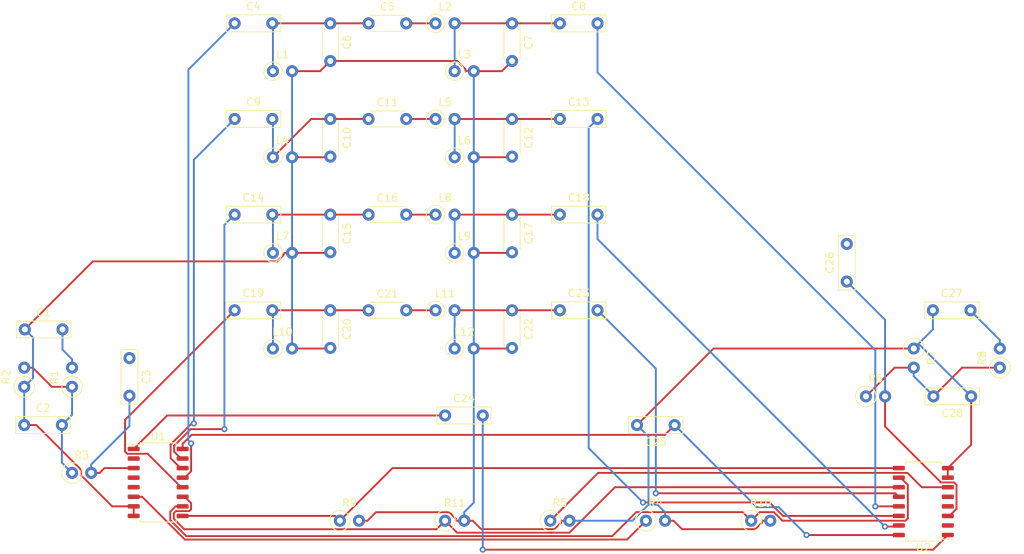
<source format=kicad_pcb>
(kicad_pcb (version 20171130) (host pcbnew 5.1.9+dfsg1-1+b1)

  (general
    (thickness 1.6)
    (drawings 0)
    (tracks 256)
    (zones 0)
    (modules 53)
    (nets 36)
  )

  (page A4)
  (layers
    (0 F.Cu signal)
    (31 B.Cu signal)
    (33 F.Adhes user)
    (35 F.Paste user)
    (37 F.SilkS user)
    (38 B.Mask user)
    (39 F.Mask user)
    (40 Dwgs.User user)
    (41 Cmts.User user)
    (42 Eco1.User user)
    (43 Eco2.User user)
    (44 Edge.Cuts user)
    (45 Margin user)
    (46 B.CrtYd user)
    (47 F.CrtYd user)
    (49 F.Fab user)
  )

  (setup
    (last_trace_width 0.25)
    (trace_clearance 0.2)
    (zone_clearance 0.508)
    (zone_45_only no)
    (trace_min 0.2)
    (via_size 0.8)
    (via_drill 0.4)
    (via_min_size 0.4)
    (via_min_drill 0.3)
    (uvia_size 0.3)
    (uvia_drill 0.1)
    (uvias_allowed no)
    (uvia_min_size 0.2)
    (uvia_min_drill 0.1)
    (edge_width 0.05)
    (segment_width 0.2)
    (pcb_text_width 0.3)
    (pcb_text_size 1.5 1.5)
    (mod_edge_width 0.12)
    (mod_text_size 1 1)
    (mod_text_width 0.15)
    (pad_size 1.524 1.524)
    (pad_drill 0.762)
    (pad_to_mask_clearance 0)
    (aux_axis_origin 0 0)
    (visible_elements 7FFFFFFF)
    (pcbplotparams
      (layerselection 0x010fc_ffffffff)
      (usegerberextensions false)
      (usegerberattributes true)
      (usegerberadvancedattributes true)
      (creategerberjobfile true)
      (excludeedgelayer true)
      (linewidth 0.100000)
      (plotframeref false)
      (viasonmask false)
      (mode 1)
      (useauxorigin false)
      (hpglpennumber 1)
      (hpglpenspeed 20)
      (hpglpendiameter 15.000000)
      (psnegative false)
      (psa4output false)
      (plotreference true)
      (plotvalue true)
      (plotinvisibletext false)
      (padsonsilk false)
      (subtractmaskfromsilk false)
      (outputformat 1)
      (mirror false)
      (drillshape 1)
      (scaleselection 1)
      (outputdirectory ""))
  )

  (net 0 "")
  (net 1 GNDREF)
  (net 2 "Net-(C1-Pad2)")
  (net 3 "Net-(C2-Pad2)")
  (net 4 "Net-(C3-Pad2)")
  (net 5 "Net-(C4-Pad2)")
  (net 6 "Net-(C4-Pad1)")
  (net 7 "Net-(C5-Pad2)")
  (net 8 "Net-(C7-Pad1)")
  (net 9 "Net-(C8-Pad2)")
  (net 10 "Net-(C10-Pad1)")
  (net 11 "Net-(C9-Pad1)")
  (net 12 "Net-(C11-Pad2)")
  (net 13 "Net-(C12-Pad1)")
  (net 14 "Net-(C13-Pad2)")
  (net 15 "Net-(C14-Pad2)")
  (net 16 "Net-(C14-Pad1)")
  (net 17 "Net-(C16-Pad2)")
  (net 18 "Net-(C17-Pad1)")
  (net 19 "Net-(C18-Pad2)")
  (net 20 "Net-(C19-Pad1)")
  (net 21 "Net-(C19-Pad2)")
  (net 22 "Net-(C21-Pad2)")
  (net 23 "Net-(C22-Pad1)")
  (net 24 "Net-(C23-Pad2)")
  (net 25 "Net-(C24-Pad1)")
  (net 26 "Net-(C24-Pad2)")
  (net 27 +5V)
  (net 28 "Net-(C26-Pad1)")
  (net 29 "Net-(C27-Pad2)")
  (net 30 "Net-(C28-Pad2)")
  (net 31 "Net-(R4-Pad1)")
  (net 32 "Net-(R5-Pad1)")
  (net 33 S2)
  (net 34 S1)
  (net 35 S0)

  (net_class Default "This is the default net class."
    (clearance 0.2)
    (trace_width 0.25)
    (via_dia 0.8)
    (via_drill 0.4)
    (uvia_dia 0.3)
    (uvia_drill 0.1)
    (add_net +5V)
    (add_net GNDREF)
    (add_net "Net-(C1-Pad2)")
    (add_net "Net-(C10-Pad1)")
    (add_net "Net-(C11-Pad2)")
    (add_net "Net-(C12-Pad1)")
    (add_net "Net-(C13-Pad2)")
    (add_net "Net-(C14-Pad1)")
    (add_net "Net-(C14-Pad2)")
    (add_net "Net-(C16-Pad2)")
    (add_net "Net-(C17-Pad1)")
    (add_net "Net-(C18-Pad2)")
    (add_net "Net-(C19-Pad1)")
    (add_net "Net-(C19-Pad2)")
    (add_net "Net-(C2-Pad2)")
    (add_net "Net-(C21-Pad2)")
    (add_net "Net-(C22-Pad1)")
    (add_net "Net-(C23-Pad2)")
    (add_net "Net-(C24-Pad1)")
    (add_net "Net-(C24-Pad2)")
    (add_net "Net-(C26-Pad1)")
    (add_net "Net-(C27-Pad2)")
    (add_net "Net-(C28-Pad2)")
    (add_net "Net-(C3-Pad2)")
    (add_net "Net-(C4-Pad1)")
    (add_net "Net-(C4-Pad2)")
    (add_net "Net-(C5-Pad2)")
    (add_net "Net-(C7-Pad1)")
    (add_net "Net-(C8-Pad2)")
    (add_net "Net-(C9-Pad1)")
    (add_net "Net-(R4-Pad1)")
    (add_net "Net-(R5-Pad1)")
    (add_net S0)
    (add_net S1)
    (add_net S2)
  )

  (module Capacitor_THT:C_Rect_L7.0mm_W2.0mm_P5.00mm (layer F.Cu) (tedit 5AE50EF0) (tstamp 6237AF80)
    (at 155.02 11.43)
    (descr "C, Rect series, Radial, pin pitch=5.00mm, , length*width=7*2mm^2, Capacitor")
    (tags "C Rect series Radial pin pitch 5.00mm  length 7mm width 2mm Capacitor")
    (path /62487503)
    (fp_text reference C1 (at 2.5 -2.25) (layer F.SilkS)
      (effects (font (size 1 1) (thickness 0.15)))
    )
    (fp_text value 100n (at 2.5 2.25) (layer F.Fab)
      (effects (font (size 1 1) (thickness 0.15)))
    )
    (fp_line (start -1 -1) (end -1 1) (layer F.Fab) (width 0.1))
    (fp_line (start -1 1) (end 6 1) (layer F.Fab) (width 0.1))
    (fp_line (start 6 1) (end 6 -1) (layer F.Fab) (width 0.1))
    (fp_line (start 6 -1) (end -1 -1) (layer F.Fab) (width 0.1))
    (fp_line (start -1.12 -1.12) (end 6.12 -1.12) (layer F.SilkS) (width 0.12))
    (fp_line (start -1.12 1.12) (end 6.12 1.12) (layer F.SilkS) (width 0.12))
    (fp_line (start -1.12 -1.12) (end -1.12 1.12) (layer F.SilkS) (width 0.12))
    (fp_line (start 6.12 -1.12) (end 6.12 1.12) (layer F.SilkS) (width 0.12))
    (fp_line (start -1.25 -1.25) (end -1.25 1.25) (layer F.CrtYd) (width 0.05))
    (fp_line (start -1.25 1.25) (end 6.25 1.25) (layer F.CrtYd) (width 0.05))
    (fp_line (start 6.25 1.25) (end 6.25 -1.25) (layer F.CrtYd) (width 0.05))
    (fp_line (start 6.25 -1.25) (end -1.25 -1.25) (layer F.CrtYd) (width 0.05))
    (fp_text user %R (at 2.5 0) (layer F.Fab)
      (effects (font (size 1 1) (thickness 0.15)))
    )
    (pad 1 thru_hole circle (at 0 0) (size 1.6 1.6) (drill 0.8) (layers *.Cu *.Mask)
      (net 1 GNDREF))
    (pad 2 thru_hole circle (at 5 0) (size 1.6 1.6) (drill 0.8) (layers *.Cu *.Mask)
      (net 2 "Net-(C1-Pad2)"))
    (model ${KISYS3DMOD}/Capacitor_THT.3dshapes/C_Rect_L7.0mm_W2.0mm_P5.00mm.wrl
      (at (xyz 0 0 0))
      (scale (xyz 1 1 1))
      (rotate (xyz 0 0 0))
    )
  )

  (module Capacitor_THT:C_Rect_L7.0mm_W2.0mm_P5.00mm (layer F.Cu) (tedit 5AE50EF0) (tstamp 6237AF93)
    (at 154.94 24.13)
    (descr "C, Rect series, Radial, pin pitch=5.00mm, , length*width=7*2mm^2, Capacitor")
    (tags "C Rect series Radial pin pitch 5.00mm  length 7mm width 2mm Capacitor")
    (path /624874F7)
    (fp_text reference C2 (at 2.5 -2.25) (layer F.SilkS)
      (effects (font (size 1 1) (thickness 0.15)))
    )
    (fp_text value 100n (at 2.5 2.25) (layer F.Fab)
      (effects (font (size 1 1) (thickness 0.15)))
    )
    (fp_line (start -1 -1) (end -1 1) (layer F.Fab) (width 0.1))
    (fp_line (start -1 1) (end 6 1) (layer F.Fab) (width 0.1))
    (fp_line (start 6 1) (end 6 -1) (layer F.Fab) (width 0.1))
    (fp_line (start 6 -1) (end -1 -1) (layer F.Fab) (width 0.1))
    (fp_line (start -1.12 -1.12) (end 6.12 -1.12) (layer F.SilkS) (width 0.12))
    (fp_line (start -1.12 1.12) (end 6.12 1.12) (layer F.SilkS) (width 0.12))
    (fp_line (start -1.12 -1.12) (end -1.12 1.12) (layer F.SilkS) (width 0.12))
    (fp_line (start 6.12 -1.12) (end 6.12 1.12) (layer F.SilkS) (width 0.12))
    (fp_line (start -1.25 -1.25) (end -1.25 1.25) (layer F.CrtYd) (width 0.05))
    (fp_line (start -1.25 1.25) (end 6.25 1.25) (layer F.CrtYd) (width 0.05))
    (fp_line (start 6.25 1.25) (end 6.25 -1.25) (layer F.CrtYd) (width 0.05))
    (fp_line (start 6.25 -1.25) (end -1.25 -1.25) (layer F.CrtYd) (width 0.05))
    (fp_text user %R (at 2.5 0) (layer F.Fab)
      (effects (font (size 1 1) (thickness 0.15)))
    )
    (pad 1 thru_hole circle (at 0 0) (size 1.6 1.6) (drill 0.8) (layers *.Cu *.Mask)
      (net 1 GNDREF))
    (pad 2 thru_hole circle (at 5 0) (size 1.6 1.6) (drill 0.8) (layers *.Cu *.Mask)
      (net 3 "Net-(C2-Pad2)"))
    (model ${KISYS3DMOD}/Capacitor_THT.3dshapes/C_Rect_L7.0mm_W2.0mm_P5.00mm.wrl
      (at (xyz 0 0 0))
      (scale (xyz 1 1 1))
      (rotate (xyz 0 0 0))
    )
  )

  (module Capacitor_THT:C_Rect_L7.0mm_W2.0mm_P5.00mm (layer F.Cu) (tedit 5AE50EF0) (tstamp 6237AFA6)
    (at 168.91 15.24 270)
    (descr "C, Rect series, Radial, pin pitch=5.00mm, , length*width=7*2mm^2, Capacitor")
    (tags "C Rect series Radial pin pitch 5.00mm  length 7mm width 2mm Capacitor")
    (path /624874FD)
    (fp_text reference C3 (at 2.5 -2.25 90) (layer F.SilkS)
      (effects (font (size 1 1) (thickness 0.15)))
    )
    (fp_text value 100n (at 2.5 2.25 90) (layer F.Fab)
      (effects (font (size 1 1) (thickness 0.15)))
    )
    (fp_line (start 6.25 -1.25) (end -1.25 -1.25) (layer F.CrtYd) (width 0.05))
    (fp_line (start 6.25 1.25) (end 6.25 -1.25) (layer F.CrtYd) (width 0.05))
    (fp_line (start -1.25 1.25) (end 6.25 1.25) (layer F.CrtYd) (width 0.05))
    (fp_line (start -1.25 -1.25) (end -1.25 1.25) (layer F.CrtYd) (width 0.05))
    (fp_line (start 6.12 -1.12) (end 6.12 1.12) (layer F.SilkS) (width 0.12))
    (fp_line (start -1.12 -1.12) (end -1.12 1.12) (layer F.SilkS) (width 0.12))
    (fp_line (start -1.12 1.12) (end 6.12 1.12) (layer F.SilkS) (width 0.12))
    (fp_line (start -1.12 -1.12) (end 6.12 -1.12) (layer F.SilkS) (width 0.12))
    (fp_line (start 6 -1) (end -1 -1) (layer F.Fab) (width 0.1))
    (fp_line (start 6 1) (end 6 -1) (layer F.Fab) (width 0.1))
    (fp_line (start -1 1) (end 6 1) (layer F.Fab) (width 0.1))
    (fp_line (start -1 -1) (end -1 1) (layer F.Fab) (width 0.1))
    (fp_text user %R (at 11.43 2.54 90) (layer F.Fab)
      (effects (font (size 1 1) (thickness 0.15)))
    )
    (pad 2 thru_hole circle (at 5 0 270) (size 1.6 1.6) (drill 0.8) (layers *.Cu *.Mask)
      (net 4 "Net-(C3-Pad2)"))
    (pad 1 thru_hole circle (at 0 0 270) (size 1.6 1.6) (drill 0.8) (layers *.Cu *.Mask))
    (model ${KISYS3DMOD}/Capacitor_THT.3dshapes/C_Rect_L7.0mm_W2.0mm_P5.00mm.wrl
      (at (xyz 0 0 0))
      (scale (xyz 1 1 1))
      (rotate (xyz 0 0 0))
    )
  )

  (module Capacitor_THT:C_Rect_L7.0mm_W2.0mm_P5.00mm (layer F.Cu) (tedit 5AE50EF0) (tstamp 6237AFB9)
    (at 182.88 -29.21)
    (descr "C, Rect series, Radial, pin pitch=5.00mm, , length*width=7*2mm^2, Capacitor")
    (tags "C Rect series Radial pin pitch 5.00mm  length 7mm width 2mm Capacitor")
    (path /62327C88)
    (fp_text reference C4 (at 2.5 -2.25) (layer F.SilkS)
      (effects (font (size 1 1) (thickness 0.15)))
    )
    (fp_text value 100n (at 2.5 2.25) (layer F.Fab)
      (effects (font (size 1 1) (thickness 0.15)))
    )
    (fp_line (start 6.25 -1.25) (end -1.25 -1.25) (layer F.CrtYd) (width 0.05))
    (fp_line (start 6.25 1.25) (end 6.25 -1.25) (layer F.CrtYd) (width 0.05))
    (fp_line (start -1.25 1.25) (end 6.25 1.25) (layer F.CrtYd) (width 0.05))
    (fp_line (start -1.25 -1.25) (end -1.25 1.25) (layer F.CrtYd) (width 0.05))
    (fp_line (start 6.12 -1.12) (end 6.12 1.12) (layer F.SilkS) (width 0.12))
    (fp_line (start -1.12 -1.12) (end -1.12 1.12) (layer F.SilkS) (width 0.12))
    (fp_line (start -1.12 1.12) (end 6.12 1.12) (layer F.SilkS) (width 0.12))
    (fp_line (start -1.12 -1.12) (end 6.12 -1.12) (layer F.SilkS) (width 0.12))
    (fp_line (start 6 -1) (end -1 -1) (layer F.Fab) (width 0.1))
    (fp_line (start 6 1) (end 6 -1) (layer F.Fab) (width 0.1))
    (fp_line (start -1 1) (end 6 1) (layer F.Fab) (width 0.1))
    (fp_line (start -1 -1) (end -1 1) (layer F.Fab) (width 0.1))
    (fp_text user %R (at 2.5 0) (layer F.Fab)
      (effects (font (size 1 1) (thickness 0.15)))
    )
    (pad 2 thru_hole circle (at 5 0) (size 1.6 1.6) (drill 0.8) (layers *.Cu *.Mask)
      (net 5 "Net-(C4-Pad2)"))
    (pad 1 thru_hole circle (at 0 0) (size 1.6 1.6) (drill 0.8) (layers *.Cu *.Mask)
      (net 6 "Net-(C4-Pad1)"))
    (model ${KISYS3DMOD}/Capacitor_THT.3dshapes/C_Rect_L7.0mm_W2.0mm_P5.00mm.wrl
      (at (xyz 0 0 0))
      (scale (xyz 1 1 1))
      (rotate (xyz 0 0 0))
    )
  )

  (module Capacitor_THT:C_Disc_D4.3mm_W1.9mm_P5.00mm (layer F.Cu) (tedit 5AE50EF0) (tstamp 6237AFCE)
    (at 200.66 -29.21)
    (descr "C, Disc series, Radial, pin pitch=5.00mm, , diameter*width=4.3*1.9mm^2, Capacitor, http://www.vishay.com/docs/45233/krseries.pdf")
    (tags "C Disc series Radial pin pitch 5.00mm  diameter 4.3mm width 1.9mm Capacitor")
    (path /6232EC8E)
    (fp_text reference C5 (at 2.5 -2.2) (layer F.SilkS)
      (effects (font (size 1 1) (thickness 0.15)))
    )
    (fp_text value 680 (at 2.5 2.2) (layer F.Fab)
      (effects (font (size 1 1) (thickness 0.15)))
    )
    (fp_line (start 0.35 -0.95) (end 0.35 0.95) (layer F.Fab) (width 0.1))
    (fp_line (start 0.35 0.95) (end 4.65 0.95) (layer F.Fab) (width 0.1))
    (fp_line (start 4.65 0.95) (end 4.65 -0.95) (layer F.Fab) (width 0.1))
    (fp_line (start 4.65 -0.95) (end 0.35 -0.95) (layer F.Fab) (width 0.1))
    (fp_line (start 0.23 -1.07) (end 4.77 -1.07) (layer F.SilkS) (width 0.12))
    (fp_line (start 0.23 1.07) (end 4.77 1.07) (layer F.SilkS) (width 0.12))
    (fp_line (start 0.23 -1.07) (end 0.23 -1.055) (layer F.SilkS) (width 0.12))
    (fp_line (start 0.23 1.055) (end 0.23 1.07) (layer F.SilkS) (width 0.12))
    (fp_line (start 4.77 -1.07) (end 4.77 -1.055) (layer F.SilkS) (width 0.12))
    (fp_line (start 4.77 1.055) (end 4.77 1.07) (layer F.SilkS) (width 0.12))
    (fp_line (start -1.05 -1.2) (end -1.05 1.2) (layer F.CrtYd) (width 0.05))
    (fp_line (start -1.05 1.2) (end 6.05 1.2) (layer F.CrtYd) (width 0.05))
    (fp_line (start 6.05 1.2) (end 6.05 -1.2) (layer F.CrtYd) (width 0.05))
    (fp_line (start 6.05 -1.2) (end -1.05 -1.2) (layer F.CrtYd) (width 0.05))
    (fp_text user %R (at 2.5 0) (layer F.Fab)
      (effects (font (size 0.86 0.86) (thickness 0.129)))
    )
    (pad 1 thru_hole circle (at 0 0) (size 1.6 1.6) (drill 0.8) (layers *.Cu *.Mask)
      (net 5 "Net-(C4-Pad2)"))
    (pad 2 thru_hole circle (at 5 0) (size 1.6 1.6) (drill 0.8) (layers *.Cu *.Mask)
      (net 7 "Net-(C5-Pad2)"))
    (model ${KISYS3DMOD}/Capacitor_THT.3dshapes/C_Disc_D4.3mm_W1.9mm_P5.00mm.wrl
      (at (xyz 0 0 0))
      (scale (xyz 1 1 1))
      (rotate (xyz 0 0 0))
    )
  )

  (module Capacitor_THT:C_Disc_D4.3mm_W1.9mm_P5.00mm (layer F.Cu) (tedit 5AE50EF0) (tstamp 6237AFE3)
    (at 195.58 -29.21 270)
    (descr "C, Disc series, Radial, pin pitch=5.00mm, , diameter*width=4.3*1.9mm^2, Capacitor, http://www.vishay.com/docs/45233/krseries.pdf")
    (tags "C Disc series Radial pin pitch 5.00mm  diameter 4.3mm width 1.9mm Capacitor")
    (path /62329CB9)
    (fp_text reference C6 (at 2.5 -2.2 90) (layer F.SilkS)
      (effects (font (size 1 1) (thickness 0.15)))
    )
    (fp_text value 1500 (at 2.5 2.2 90) (layer F.Fab)
      (effects (font (size 1 1) (thickness 0.15)))
    )
    (fp_line (start 6.05 -1.2) (end -1.05 -1.2) (layer F.CrtYd) (width 0.05))
    (fp_line (start 6.05 1.2) (end 6.05 -1.2) (layer F.CrtYd) (width 0.05))
    (fp_line (start -1.05 1.2) (end 6.05 1.2) (layer F.CrtYd) (width 0.05))
    (fp_line (start -1.05 -1.2) (end -1.05 1.2) (layer F.CrtYd) (width 0.05))
    (fp_line (start 4.77 1.055) (end 4.77 1.07) (layer F.SilkS) (width 0.12))
    (fp_line (start 4.77 -1.07) (end 4.77 -1.055) (layer F.SilkS) (width 0.12))
    (fp_line (start 0.23 1.055) (end 0.23 1.07) (layer F.SilkS) (width 0.12))
    (fp_line (start 0.23 -1.07) (end 0.23 -1.055) (layer F.SilkS) (width 0.12))
    (fp_line (start 0.23 1.07) (end 4.77 1.07) (layer F.SilkS) (width 0.12))
    (fp_line (start 0.23 -1.07) (end 4.77 -1.07) (layer F.SilkS) (width 0.12))
    (fp_line (start 4.65 -0.95) (end 0.35 -0.95) (layer F.Fab) (width 0.1))
    (fp_line (start 4.65 0.95) (end 4.65 -0.95) (layer F.Fab) (width 0.1))
    (fp_line (start 0.35 0.95) (end 4.65 0.95) (layer F.Fab) (width 0.1))
    (fp_line (start 0.35 -0.95) (end 0.35 0.95) (layer F.Fab) (width 0.1))
    (fp_text user %R (at 2.5 0 90) (layer F.Fab)
      (effects (font (size 0.86 0.86) (thickness 0.129)))
    )
    (pad 2 thru_hole circle (at 5 0 270) (size 1.6 1.6) (drill 0.8) (layers *.Cu *.Mask)
      (net 1 GNDREF))
    (pad 1 thru_hole circle (at 0 0 270) (size 1.6 1.6) (drill 0.8) (layers *.Cu *.Mask)
      (net 5 "Net-(C4-Pad2)"))
    (model ${KISYS3DMOD}/Capacitor_THT.3dshapes/C_Disc_D4.3mm_W1.9mm_P5.00mm.wrl
      (at (xyz 0 0 0))
      (scale (xyz 1 1 1))
      (rotate (xyz 0 0 0))
    )
  )

  (module Capacitor_THT:C_Disc_D4.3mm_W1.9mm_P5.00mm (layer F.Cu) (tedit 5AE50EF0) (tstamp 6237AFF8)
    (at 219.71 -29.21 270)
    (descr "C, Disc series, Radial, pin pitch=5.00mm, , diameter*width=4.3*1.9mm^2, Capacitor, http://www.vishay.com/docs/45233/krseries.pdf")
    (tags "C Disc series Radial pin pitch 5.00mm  diameter 4.3mm width 1.9mm Capacitor")
    (path /6232A9A1)
    (fp_text reference C7 (at 2.5 -2.2 90) (layer F.SilkS)
      (effects (font (size 1 1) (thickness 0.15)))
    )
    (fp_text value 1500 (at 2.5 2.2 90) (layer F.Fab)
      (effects (font (size 1 1) (thickness 0.15)))
    )
    (fp_line (start 0.35 -0.95) (end 0.35 0.95) (layer F.Fab) (width 0.1))
    (fp_line (start 0.35 0.95) (end 4.65 0.95) (layer F.Fab) (width 0.1))
    (fp_line (start 4.65 0.95) (end 4.65 -0.95) (layer F.Fab) (width 0.1))
    (fp_line (start 4.65 -0.95) (end 0.35 -0.95) (layer F.Fab) (width 0.1))
    (fp_line (start 0.23 -1.07) (end 4.77 -1.07) (layer F.SilkS) (width 0.12))
    (fp_line (start 0.23 1.07) (end 4.77 1.07) (layer F.SilkS) (width 0.12))
    (fp_line (start 0.23 -1.07) (end 0.23 -1.055) (layer F.SilkS) (width 0.12))
    (fp_line (start 0.23 1.055) (end 0.23 1.07) (layer F.SilkS) (width 0.12))
    (fp_line (start 4.77 -1.07) (end 4.77 -1.055) (layer F.SilkS) (width 0.12))
    (fp_line (start 4.77 1.055) (end 4.77 1.07) (layer F.SilkS) (width 0.12))
    (fp_line (start -1.05 -1.2) (end -1.05 1.2) (layer F.CrtYd) (width 0.05))
    (fp_line (start -1.05 1.2) (end 6.05 1.2) (layer F.CrtYd) (width 0.05))
    (fp_line (start 6.05 1.2) (end 6.05 -1.2) (layer F.CrtYd) (width 0.05))
    (fp_line (start 6.05 -1.2) (end -1.05 -1.2) (layer F.CrtYd) (width 0.05))
    (fp_text user %R (at 2.5 0 90) (layer F.Fab)
      (effects (font (size 0.86 0.86) (thickness 0.129)))
    )
    (pad 1 thru_hole circle (at 0 0 270) (size 1.6 1.6) (drill 0.8) (layers *.Cu *.Mask)
      (net 8 "Net-(C7-Pad1)"))
    (pad 2 thru_hole circle (at 5 0 270) (size 1.6 1.6) (drill 0.8) (layers *.Cu *.Mask)
      (net 1 GNDREF))
    (model ${KISYS3DMOD}/Capacitor_THT.3dshapes/C_Disc_D4.3mm_W1.9mm_P5.00mm.wrl
      (at (xyz 0 0 0))
      (scale (xyz 1 1 1))
      (rotate (xyz 0 0 0))
    )
  )

  (module Capacitor_THT:C_Rect_L7.0mm_W2.0mm_P5.00mm (layer F.Cu) (tedit 5AE50EF0) (tstamp 6237B00B)
    (at 226.06 -29.21)
    (descr "C, Rect series, Radial, pin pitch=5.00mm, , length*width=7*2mm^2, Capacitor")
    (tags "C Rect series Radial pin pitch 5.00mm  length 7mm width 2mm Capacitor")
    (path /6232AEBB)
    (fp_text reference C8 (at 2.5 -2.25) (layer F.SilkS)
      (effects (font (size 1 1) (thickness 0.15)))
    )
    (fp_text value 100n (at 2.5 2.25) (layer F.Fab)
      (effects (font (size 1 1) (thickness 0.15)))
    )
    (fp_line (start 6.25 -1.25) (end -1.25 -1.25) (layer F.CrtYd) (width 0.05))
    (fp_line (start 6.25 1.25) (end 6.25 -1.25) (layer F.CrtYd) (width 0.05))
    (fp_line (start -1.25 1.25) (end 6.25 1.25) (layer F.CrtYd) (width 0.05))
    (fp_line (start -1.25 -1.25) (end -1.25 1.25) (layer F.CrtYd) (width 0.05))
    (fp_line (start 6.12 -1.12) (end 6.12 1.12) (layer F.SilkS) (width 0.12))
    (fp_line (start -1.12 -1.12) (end -1.12 1.12) (layer F.SilkS) (width 0.12))
    (fp_line (start -1.12 1.12) (end 6.12 1.12) (layer F.SilkS) (width 0.12))
    (fp_line (start -1.12 -1.12) (end 6.12 -1.12) (layer F.SilkS) (width 0.12))
    (fp_line (start 6 -1) (end -1 -1) (layer F.Fab) (width 0.1))
    (fp_line (start 6 1) (end 6 -1) (layer F.Fab) (width 0.1))
    (fp_line (start -1 1) (end 6 1) (layer F.Fab) (width 0.1))
    (fp_line (start -1 -1) (end -1 1) (layer F.Fab) (width 0.1))
    (fp_text user %R (at 2.5 0) (layer F.Fab)
      (effects (font (size 1 1) (thickness 0.15)))
    )
    (pad 2 thru_hole circle (at 5 0) (size 1.6 1.6) (drill 0.8) (layers *.Cu *.Mask)
      (net 9 "Net-(C8-Pad2)"))
    (pad 1 thru_hole circle (at 0 0) (size 1.6 1.6) (drill 0.8) (layers *.Cu *.Mask)
      (net 8 "Net-(C7-Pad1)"))
    (model ${KISYS3DMOD}/Capacitor_THT.3dshapes/C_Rect_L7.0mm_W2.0mm_P5.00mm.wrl
      (at (xyz 0 0 0))
      (scale (xyz 1 1 1))
      (rotate (xyz 0 0 0))
    )
  )

  (module Capacitor_THT:C_Rect_L7.0mm_W2.0mm_P5.00mm (layer F.Cu) (tedit 5AE50EF0) (tstamp 6237B01E)
    (at 182.88 -16.51)
    (descr "C, Rect series, Radial, pin pitch=5.00mm, , length*width=7*2mm^2, Capacitor")
    (tags "C Rect series Radial pin pitch 5.00mm  length 7mm width 2mm Capacitor")
    (path /622F8E59)
    (fp_text reference C9 (at 2.5 -2.25) (layer F.SilkS)
      (effects (font (size 1 1) (thickness 0.15)))
    )
    (fp_text value 100n (at 2.5 2.25) (layer F.Fab)
      (effects (font (size 1 1) (thickness 0.15)))
    )
    (fp_line (start 6.25 -1.25) (end -1.25 -1.25) (layer F.CrtYd) (width 0.05))
    (fp_line (start 6.25 1.25) (end 6.25 -1.25) (layer F.CrtYd) (width 0.05))
    (fp_line (start -1.25 1.25) (end 6.25 1.25) (layer F.CrtYd) (width 0.05))
    (fp_line (start -1.25 -1.25) (end -1.25 1.25) (layer F.CrtYd) (width 0.05))
    (fp_line (start 6.12 -1.12) (end 6.12 1.12) (layer F.SilkS) (width 0.12))
    (fp_line (start -1.12 -1.12) (end -1.12 1.12) (layer F.SilkS) (width 0.12))
    (fp_line (start -1.12 1.12) (end 6.12 1.12) (layer F.SilkS) (width 0.12))
    (fp_line (start -1.12 -1.12) (end 6.12 -1.12) (layer F.SilkS) (width 0.12))
    (fp_line (start 6 -1) (end -1 -1) (layer F.Fab) (width 0.1))
    (fp_line (start 6 1) (end 6 -1) (layer F.Fab) (width 0.1))
    (fp_line (start -1 1) (end 6 1) (layer F.Fab) (width 0.1))
    (fp_line (start -1 -1) (end -1 1) (layer F.Fab) (width 0.1))
    (fp_text user %R (at 2.5 0) (layer F.Fab)
      (effects (font (size 1 1) (thickness 0.15)))
    )
    (pad 2 thru_hole circle (at 5 0) (size 1.6 1.6) (drill 0.8) (layers *.Cu *.Mask)
      (net 10 "Net-(C10-Pad1)"))
    (pad 1 thru_hole circle (at 0 0) (size 1.6 1.6) (drill 0.8) (layers *.Cu *.Mask)
      (net 11 "Net-(C9-Pad1)"))
    (model ${KISYS3DMOD}/Capacitor_THT.3dshapes/C_Rect_L7.0mm_W2.0mm_P5.00mm.wrl
      (at (xyz 0 0 0))
      (scale (xyz 1 1 1))
      (rotate (xyz 0 0 0))
    )
  )

  (module Capacitor_THT:C_Disc_D4.3mm_W1.9mm_P5.00mm (layer F.Cu) (tedit 5AE50EF0) (tstamp 6237B033)
    (at 195.58 -16.51 270)
    (descr "C, Disc series, Radial, pin pitch=5.00mm, , diameter*width=4.3*1.9mm^2, Capacitor, http://www.vishay.com/docs/45233/krseries.pdf")
    (tags "C Disc series Radial pin pitch 5.00mm  diameter 4.3mm width 1.9mm Capacitor")
    (path /622F8E5F)
    (fp_text reference C10 (at 2.5 -2.2 90) (layer F.SilkS)
      (effects (font (size 1 1) (thickness 0.15)))
    )
    (fp_text value 820 (at 2.5 2.2 90) (layer F.Fab)
      (effects (font (size 1 1) (thickness 0.15)))
    )
    (fp_line (start 0.35 -0.95) (end 0.35 0.95) (layer F.Fab) (width 0.1))
    (fp_line (start 0.35 0.95) (end 4.65 0.95) (layer F.Fab) (width 0.1))
    (fp_line (start 4.65 0.95) (end 4.65 -0.95) (layer F.Fab) (width 0.1))
    (fp_line (start 4.65 -0.95) (end 0.35 -0.95) (layer F.Fab) (width 0.1))
    (fp_line (start 0.23 -1.07) (end 4.77 -1.07) (layer F.SilkS) (width 0.12))
    (fp_line (start 0.23 1.07) (end 4.77 1.07) (layer F.SilkS) (width 0.12))
    (fp_line (start 0.23 -1.07) (end 0.23 -1.055) (layer F.SilkS) (width 0.12))
    (fp_line (start 0.23 1.055) (end 0.23 1.07) (layer F.SilkS) (width 0.12))
    (fp_line (start 4.77 -1.07) (end 4.77 -1.055) (layer F.SilkS) (width 0.12))
    (fp_line (start 4.77 1.055) (end 4.77 1.07) (layer F.SilkS) (width 0.12))
    (fp_line (start -1.05 -1.2) (end -1.05 1.2) (layer F.CrtYd) (width 0.05))
    (fp_line (start -1.05 1.2) (end 6.05 1.2) (layer F.CrtYd) (width 0.05))
    (fp_line (start 6.05 1.2) (end 6.05 -1.2) (layer F.CrtYd) (width 0.05))
    (fp_line (start 6.05 -1.2) (end -1.05 -1.2) (layer F.CrtYd) (width 0.05))
    (fp_text user %R (at 5.08 3.81 90) (layer F.Fab)
      (effects (font (size 0.86 0.86) (thickness 0.129)))
    )
    (pad 1 thru_hole circle (at 0 0 270) (size 1.6 1.6) (drill 0.8) (layers *.Cu *.Mask)
      (net 10 "Net-(C10-Pad1)"))
    (pad 2 thru_hole circle (at 5 0 270) (size 1.6 1.6) (drill 0.8) (layers *.Cu *.Mask)
      (net 1 GNDREF))
    (model ${KISYS3DMOD}/Capacitor_THT.3dshapes/C_Disc_D4.3mm_W1.9mm_P5.00mm.wrl
      (at (xyz 0 0 0))
      (scale (xyz 1 1 1))
      (rotate (xyz 0 0 0))
    )
  )

  (module Capacitor_THT:C_Disc_D4.3mm_W1.9mm_P5.00mm (layer F.Cu) (tedit 5AE50EF0) (tstamp 6237B048)
    (at 200.66 -16.51)
    (descr "C, Disc series, Radial, pin pitch=5.00mm, , diameter*width=4.3*1.9mm^2, Capacitor, http://www.vishay.com/docs/45233/krseries.pdf")
    (tags "C Disc series Radial pin pitch 5.00mm  diameter 4.3mm width 1.9mm Capacitor")
    (path /622F8E71)
    (fp_text reference C11 (at 2.5 -2.2) (layer F.SilkS)
      (effects (font (size 1 1) (thickness 0.15)))
    )
    (fp_text value 390 (at 2.5 2.2) (layer F.Fab)
      (effects (font (size 1 1) (thickness 0.15)))
    )
    (fp_line (start 6.05 -1.2) (end -1.05 -1.2) (layer F.CrtYd) (width 0.05))
    (fp_line (start 6.05 1.2) (end 6.05 -1.2) (layer F.CrtYd) (width 0.05))
    (fp_line (start -1.05 1.2) (end 6.05 1.2) (layer F.CrtYd) (width 0.05))
    (fp_line (start -1.05 -1.2) (end -1.05 1.2) (layer F.CrtYd) (width 0.05))
    (fp_line (start 4.77 1.055) (end 4.77 1.07) (layer F.SilkS) (width 0.12))
    (fp_line (start 4.77 -1.07) (end 4.77 -1.055) (layer F.SilkS) (width 0.12))
    (fp_line (start 0.23 1.055) (end 0.23 1.07) (layer F.SilkS) (width 0.12))
    (fp_line (start 0.23 -1.07) (end 0.23 -1.055) (layer F.SilkS) (width 0.12))
    (fp_line (start 0.23 1.07) (end 4.77 1.07) (layer F.SilkS) (width 0.12))
    (fp_line (start 0.23 -1.07) (end 4.77 -1.07) (layer F.SilkS) (width 0.12))
    (fp_line (start 4.65 -0.95) (end 0.35 -0.95) (layer F.Fab) (width 0.1))
    (fp_line (start 4.65 0.95) (end 4.65 -0.95) (layer F.Fab) (width 0.1))
    (fp_line (start 0.35 0.95) (end 4.65 0.95) (layer F.Fab) (width 0.1))
    (fp_line (start 0.35 -0.95) (end 0.35 0.95) (layer F.Fab) (width 0.1))
    (fp_text user %R (at 2.5 0) (layer F.Fab)
      (effects (font (size 0.86 0.86) (thickness 0.129)))
    )
    (pad 2 thru_hole circle (at 5 0) (size 1.6 1.6) (drill 0.8) (layers *.Cu *.Mask)
      (net 12 "Net-(C11-Pad2)"))
    (pad 1 thru_hole circle (at 0 0) (size 1.6 1.6) (drill 0.8) (layers *.Cu *.Mask)
      (net 10 "Net-(C10-Pad1)"))
    (model ${KISYS3DMOD}/Capacitor_THT.3dshapes/C_Disc_D4.3mm_W1.9mm_P5.00mm.wrl
      (at (xyz 0 0 0))
      (scale (xyz 1 1 1))
      (rotate (xyz 0 0 0))
    )
  )

  (module Capacitor_THT:C_Disc_D4.3mm_W1.9mm_P5.00mm (layer F.Cu) (tedit 5AE50EF0) (tstamp 6237B05D)
    (at 219.71 -16.51 270)
    (descr "C, Disc series, Radial, pin pitch=5.00mm, , diameter*width=4.3*1.9mm^2, Capacitor, http://www.vishay.com/docs/45233/krseries.pdf")
    (tags "C Disc series Radial pin pitch 5.00mm  diameter 4.3mm width 1.9mm Capacitor")
    (path /622F8E65)
    (fp_text reference C12 (at 2.5 -2.2 90) (layer F.SilkS)
      (effects (font (size 1 1) (thickness 0.15)))
    )
    (fp_text value 820 (at 2.5 2.2 90) (layer F.Fab)
      (effects (font (size 1 1) (thickness 0.15)))
    )
    (fp_line (start 6.05 -1.2) (end -1.05 -1.2) (layer F.CrtYd) (width 0.05))
    (fp_line (start 6.05 1.2) (end 6.05 -1.2) (layer F.CrtYd) (width 0.05))
    (fp_line (start -1.05 1.2) (end 6.05 1.2) (layer F.CrtYd) (width 0.05))
    (fp_line (start -1.05 -1.2) (end -1.05 1.2) (layer F.CrtYd) (width 0.05))
    (fp_line (start 4.77 1.055) (end 4.77 1.07) (layer F.SilkS) (width 0.12))
    (fp_line (start 4.77 -1.07) (end 4.77 -1.055) (layer F.SilkS) (width 0.12))
    (fp_line (start 0.23 1.055) (end 0.23 1.07) (layer F.SilkS) (width 0.12))
    (fp_line (start 0.23 -1.07) (end 0.23 -1.055) (layer F.SilkS) (width 0.12))
    (fp_line (start 0.23 1.07) (end 4.77 1.07) (layer F.SilkS) (width 0.12))
    (fp_line (start 0.23 -1.07) (end 4.77 -1.07) (layer F.SilkS) (width 0.12))
    (fp_line (start 4.65 -0.95) (end 0.35 -0.95) (layer F.Fab) (width 0.1))
    (fp_line (start 4.65 0.95) (end 4.65 -0.95) (layer F.Fab) (width 0.1))
    (fp_line (start 0.35 0.95) (end 4.65 0.95) (layer F.Fab) (width 0.1))
    (fp_line (start 0.35 -0.95) (end 0.35 0.95) (layer F.Fab) (width 0.1))
    (fp_text user %R (at 2.5 0 90) (layer F.Fab)
      (effects (font (size 0.86 0.86) (thickness 0.129)))
    )
    (pad 2 thru_hole circle (at 5 0 270) (size 1.6 1.6) (drill 0.8) (layers *.Cu *.Mask)
      (net 1 GNDREF))
    (pad 1 thru_hole circle (at 0 0 270) (size 1.6 1.6) (drill 0.8) (layers *.Cu *.Mask)
      (net 13 "Net-(C12-Pad1)"))
    (model ${KISYS3DMOD}/Capacitor_THT.3dshapes/C_Disc_D4.3mm_W1.9mm_P5.00mm.wrl
      (at (xyz 0 0 0))
      (scale (xyz 1 1 1))
      (rotate (xyz 0 0 0))
    )
  )

  (module Capacitor_THT:C_Rect_L7.0mm_W2.0mm_P5.00mm (layer F.Cu) (tedit 5AE50EF0) (tstamp 6237B070)
    (at 226.06 -16.51)
    (descr "C, Rect series, Radial, pin pitch=5.00mm, , length*width=7*2mm^2, Capacitor")
    (tags "C Rect series Radial pin pitch 5.00mm  length 7mm width 2mm Capacitor")
    (path /622F8E6B)
    (fp_text reference C13 (at 2.5 -2.25) (layer F.SilkS)
      (effects (font (size 1 1) (thickness 0.15)))
    )
    (fp_text value 100n (at 2.5 2.25) (layer F.Fab)
      (effects (font (size 1 1) (thickness 0.15)))
    )
    (fp_line (start -1 -1) (end -1 1) (layer F.Fab) (width 0.1))
    (fp_line (start -1 1) (end 6 1) (layer F.Fab) (width 0.1))
    (fp_line (start 6 1) (end 6 -1) (layer F.Fab) (width 0.1))
    (fp_line (start 6 -1) (end -1 -1) (layer F.Fab) (width 0.1))
    (fp_line (start -1.12 -1.12) (end 6.12 -1.12) (layer F.SilkS) (width 0.12))
    (fp_line (start -1.12 1.12) (end 6.12 1.12) (layer F.SilkS) (width 0.12))
    (fp_line (start -1.12 -1.12) (end -1.12 1.12) (layer F.SilkS) (width 0.12))
    (fp_line (start 6.12 -1.12) (end 6.12 1.12) (layer F.SilkS) (width 0.12))
    (fp_line (start -1.25 -1.25) (end -1.25 1.25) (layer F.CrtYd) (width 0.05))
    (fp_line (start -1.25 1.25) (end 6.25 1.25) (layer F.CrtYd) (width 0.05))
    (fp_line (start 6.25 1.25) (end 6.25 -1.25) (layer F.CrtYd) (width 0.05))
    (fp_line (start 6.25 -1.25) (end -1.25 -1.25) (layer F.CrtYd) (width 0.05))
    (fp_text user %R (at 2.5 0) (layer F.Fab)
      (effects (font (size 1 1) (thickness 0.15)))
    )
    (pad 1 thru_hole circle (at 0 0) (size 1.6 1.6) (drill 0.8) (layers *.Cu *.Mask)
      (net 13 "Net-(C12-Pad1)"))
    (pad 2 thru_hole circle (at 5 0) (size 1.6 1.6) (drill 0.8) (layers *.Cu *.Mask)
      (net 14 "Net-(C13-Pad2)"))
    (model ${KISYS3DMOD}/Capacitor_THT.3dshapes/C_Rect_L7.0mm_W2.0mm_P5.00mm.wrl
      (at (xyz 0 0 0))
      (scale (xyz 1 1 1))
      (rotate (xyz 0 0 0))
    )
  )

  (module Capacitor_THT:C_Rect_L7.0mm_W2.0mm_P5.00mm (layer F.Cu) (tedit 5AE50EF0) (tstamp 6237B083)
    (at 182.88 -3.81)
    (descr "C, Rect series, Radial, pin pitch=5.00mm, , length*width=7*2mm^2, Capacitor")
    (tags "C Rect series Radial pin pitch 5.00mm  length 7mm width 2mm Capacitor")
    (path /622FA8B1)
    (fp_text reference C14 (at 2.5 -2.25) (layer F.SilkS)
      (effects (font (size 1 1) (thickness 0.15)))
    )
    (fp_text value 100n (at 2.5 2.25) (layer F.Fab)
      (effects (font (size 1 1) (thickness 0.15)))
    )
    (fp_line (start 6.25 -1.25) (end -1.25 -1.25) (layer F.CrtYd) (width 0.05))
    (fp_line (start 6.25 1.25) (end 6.25 -1.25) (layer F.CrtYd) (width 0.05))
    (fp_line (start -1.25 1.25) (end 6.25 1.25) (layer F.CrtYd) (width 0.05))
    (fp_line (start -1.25 -1.25) (end -1.25 1.25) (layer F.CrtYd) (width 0.05))
    (fp_line (start 6.12 -1.12) (end 6.12 1.12) (layer F.SilkS) (width 0.12))
    (fp_line (start -1.12 -1.12) (end -1.12 1.12) (layer F.SilkS) (width 0.12))
    (fp_line (start -1.12 1.12) (end 6.12 1.12) (layer F.SilkS) (width 0.12))
    (fp_line (start -1.12 -1.12) (end 6.12 -1.12) (layer F.SilkS) (width 0.12))
    (fp_line (start 6 -1) (end -1 -1) (layer F.Fab) (width 0.1))
    (fp_line (start 6 1) (end 6 -1) (layer F.Fab) (width 0.1))
    (fp_line (start -1 1) (end 6 1) (layer F.Fab) (width 0.1))
    (fp_line (start -1 -1) (end -1 1) (layer F.Fab) (width 0.1))
    (fp_text user %R (at 2.5 0) (layer F.Fab)
      (effects (font (size 1 1) (thickness 0.15)))
    )
    (pad 2 thru_hole circle (at 5 0) (size 1.6 1.6) (drill 0.8) (layers *.Cu *.Mask)
      (net 15 "Net-(C14-Pad2)"))
    (pad 1 thru_hole circle (at 0 0) (size 1.6 1.6) (drill 0.8) (layers *.Cu *.Mask)
      (net 16 "Net-(C14-Pad1)"))
    (model ${KISYS3DMOD}/Capacitor_THT.3dshapes/C_Rect_L7.0mm_W2.0mm_P5.00mm.wrl
      (at (xyz 0 0 0))
      (scale (xyz 1 1 1))
      (rotate (xyz 0 0 0))
    )
  )

  (module Capacitor_THT:C_Disc_D4.3mm_W1.9mm_P5.00mm (layer F.Cu) (tedit 5AE50EF0) (tstamp 6237B098)
    (at 195.58 -3.81 270)
    (descr "C, Disc series, Radial, pin pitch=5.00mm, , diameter*width=4.3*1.9mm^2, Capacitor, http://www.vishay.com/docs/45233/krseries.pdf")
    (tags "C Disc series Radial pin pitch 5.00mm  diameter 4.3mm width 1.9mm Capacitor")
    (path /622FA8B7)
    (fp_text reference C15 (at 2.5 -2.2 90) (layer F.SilkS)
      (effects (font (size 1 1) (thickness 0.15)))
    )
    (fp_text value 390 (at 2.5 2.2 90) (layer F.Fab)
      (effects (font (size 1 1) (thickness 0.15)))
    )
    (fp_line (start 0.35 -0.95) (end 0.35 0.95) (layer F.Fab) (width 0.1))
    (fp_line (start 0.35 0.95) (end 4.65 0.95) (layer F.Fab) (width 0.1))
    (fp_line (start 4.65 0.95) (end 4.65 -0.95) (layer F.Fab) (width 0.1))
    (fp_line (start 4.65 -0.95) (end 0.35 -0.95) (layer F.Fab) (width 0.1))
    (fp_line (start 0.23 -1.07) (end 4.77 -1.07) (layer F.SilkS) (width 0.12))
    (fp_line (start 0.23 1.07) (end 4.77 1.07) (layer F.SilkS) (width 0.12))
    (fp_line (start 0.23 -1.07) (end 0.23 -1.055) (layer F.SilkS) (width 0.12))
    (fp_line (start 0.23 1.055) (end 0.23 1.07) (layer F.SilkS) (width 0.12))
    (fp_line (start 4.77 -1.07) (end 4.77 -1.055) (layer F.SilkS) (width 0.12))
    (fp_line (start 4.77 1.055) (end 4.77 1.07) (layer F.SilkS) (width 0.12))
    (fp_line (start -1.05 -1.2) (end -1.05 1.2) (layer F.CrtYd) (width 0.05))
    (fp_line (start -1.05 1.2) (end 6.05 1.2) (layer F.CrtYd) (width 0.05))
    (fp_line (start 6.05 1.2) (end 6.05 -1.2) (layer F.CrtYd) (width 0.05))
    (fp_line (start 6.05 -1.2) (end -1.05 -1.2) (layer F.CrtYd) (width 0.05))
    (fp_text user %R (at 2.5 0 90) (layer F.Fab)
      (effects (font (size 0.86 0.86) (thickness 0.129)))
    )
    (pad 1 thru_hole circle (at 0 0 270) (size 1.6 1.6) (drill 0.8) (layers *.Cu *.Mask)
      (net 15 "Net-(C14-Pad2)"))
    (pad 2 thru_hole circle (at 5 0 270) (size 1.6 1.6) (drill 0.8) (layers *.Cu *.Mask)
      (net 1 GNDREF))
    (model ${KISYS3DMOD}/Capacitor_THT.3dshapes/C_Disc_D4.3mm_W1.9mm_P5.00mm.wrl
      (at (xyz 0 0 0))
      (scale (xyz 1 1 1))
      (rotate (xyz 0 0 0))
    )
  )

  (module Capacitor_THT:C_Disc_D4.3mm_W1.9mm_P5.00mm (layer F.Cu) (tedit 5AE50EF0) (tstamp 6237B0AD)
    (at 200.66 -3.81)
    (descr "C, Disc series, Radial, pin pitch=5.00mm, , diameter*width=4.3*1.9mm^2, Capacitor, http://www.vishay.com/docs/45233/krseries.pdf")
    (tags "C Disc series Radial pin pitch 5.00mm  diameter 4.3mm width 1.9mm Capacitor")
    (path /622FA8C9)
    (fp_text reference C16 (at 2.5 -2.2) (layer F.SilkS)
      (effects (font (size 1 1) (thickness 0.15)))
    )
    (fp_text value 180 (at 2.5 2.2) (layer F.Fab)
      (effects (font (size 1 1) (thickness 0.15)))
    )
    (fp_line (start 0.35 -0.95) (end 0.35 0.95) (layer F.Fab) (width 0.1))
    (fp_line (start 0.35 0.95) (end 4.65 0.95) (layer F.Fab) (width 0.1))
    (fp_line (start 4.65 0.95) (end 4.65 -0.95) (layer F.Fab) (width 0.1))
    (fp_line (start 4.65 -0.95) (end 0.35 -0.95) (layer F.Fab) (width 0.1))
    (fp_line (start 0.23 -1.07) (end 4.77 -1.07) (layer F.SilkS) (width 0.12))
    (fp_line (start 0.23 1.07) (end 4.77 1.07) (layer F.SilkS) (width 0.12))
    (fp_line (start 0.23 -1.07) (end 0.23 -1.055) (layer F.SilkS) (width 0.12))
    (fp_line (start 0.23 1.055) (end 0.23 1.07) (layer F.SilkS) (width 0.12))
    (fp_line (start 4.77 -1.07) (end 4.77 -1.055) (layer F.SilkS) (width 0.12))
    (fp_line (start 4.77 1.055) (end 4.77 1.07) (layer F.SilkS) (width 0.12))
    (fp_line (start -1.05 -1.2) (end -1.05 1.2) (layer F.CrtYd) (width 0.05))
    (fp_line (start -1.05 1.2) (end 6.05 1.2) (layer F.CrtYd) (width 0.05))
    (fp_line (start 6.05 1.2) (end 6.05 -1.2) (layer F.CrtYd) (width 0.05))
    (fp_line (start 6.05 -1.2) (end -1.05 -1.2) (layer F.CrtYd) (width 0.05))
    (fp_text user %R (at 2.5 0) (layer F.Fab)
      (effects (font (size 0.86 0.86) (thickness 0.129)))
    )
    (pad 1 thru_hole circle (at 0 0) (size 1.6 1.6) (drill 0.8) (layers *.Cu *.Mask)
      (net 15 "Net-(C14-Pad2)"))
    (pad 2 thru_hole circle (at 5 0) (size 1.6 1.6) (drill 0.8) (layers *.Cu *.Mask)
      (net 17 "Net-(C16-Pad2)"))
    (model ${KISYS3DMOD}/Capacitor_THT.3dshapes/C_Disc_D4.3mm_W1.9mm_P5.00mm.wrl
      (at (xyz 0 0 0))
      (scale (xyz 1 1 1))
      (rotate (xyz 0 0 0))
    )
  )

  (module Capacitor_THT:C_Disc_D4.3mm_W1.9mm_P5.00mm (layer F.Cu) (tedit 5AE50EF0) (tstamp 6237B0C2)
    (at 219.71 -3.81 270)
    (descr "C, Disc series, Radial, pin pitch=5.00mm, , diameter*width=4.3*1.9mm^2, Capacitor, http://www.vishay.com/docs/45233/krseries.pdf")
    (tags "C Disc series Radial pin pitch 5.00mm  diameter 4.3mm width 1.9mm Capacitor")
    (path /622FA8BD)
    (fp_text reference C17 (at 2.5 -2.2 90) (layer F.SilkS)
      (effects (font (size 1 1) (thickness 0.15)))
    )
    (fp_text value 390 (at 2.5 2.2 90) (layer F.Fab)
      (effects (font (size 1 1) (thickness 0.15)))
    )
    (fp_line (start 6.05 -1.2) (end -1.05 -1.2) (layer F.CrtYd) (width 0.05))
    (fp_line (start 6.05 1.2) (end 6.05 -1.2) (layer F.CrtYd) (width 0.05))
    (fp_line (start -1.05 1.2) (end 6.05 1.2) (layer F.CrtYd) (width 0.05))
    (fp_line (start -1.05 -1.2) (end -1.05 1.2) (layer F.CrtYd) (width 0.05))
    (fp_line (start 4.77 1.055) (end 4.77 1.07) (layer F.SilkS) (width 0.12))
    (fp_line (start 4.77 -1.07) (end 4.77 -1.055) (layer F.SilkS) (width 0.12))
    (fp_line (start 0.23 1.055) (end 0.23 1.07) (layer F.SilkS) (width 0.12))
    (fp_line (start 0.23 -1.07) (end 0.23 -1.055) (layer F.SilkS) (width 0.12))
    (fp_line (start 0.23 1.07) (end 4.77 1.07) (layer F.SilkS) (width 0.12))
    (fp_line (start 0.23 -1.07) (end 4.77 -1.07) (layer F.SilkS) (width 0.12))
    (fp_line (start 4.65 -0.95) (end 0.35 -0.95) (layer F.Fab) (width 0.1))
    (fp_line (start 4.65 0.95) (end 4.65 -0.95) (layer F.Fab) (width 0.1))
    (fp_line (start 0.35 0.95) (end 4.65 0.95) (layer F.Fab) (width 0.1))
    (fp_line (start 0.35 -0.95) (end 0.35 0.95) (layer F.Fab) (width 0.1))
    (fp_text user %R (at 2.5 0 90) (layer F.Fab)
      (effects (font (size 0.86 0.86) (thickness 0.129)))
    )
    (pad 2 thru_hole circle (at 5 0 270) (size 1.6 1.6) (drill 0.8) (layers *.Cu *.Mask)
      (net 1 GNDREF))
    (pad 1 thru_hole circle (at 0 0 270) (size 1.6 1.6) (drill 0.8) (layers *.Cu *.Mask)
      (net 18 "Net-(C17-Pad1)"))
    (model ${KISYS3DMOD}/Capacitor_THT.3dshapes/C_Disc_D4.3mm_W1.9mm_P5.00mm.wrl
      (at (xyz 0 0 0))
      (scale (xyz 1 1 1))
      (rotate (xyz 0 0 0))
    )
  )

  (module Capacitor_THT:C_Rect_L7.0mm_W2.0mm_P5.00mm (layer F.Cu) (tedit 5AE50EF0) (tstamp 6237B0D5)
    (at 226.06 -3.81)
    (descr "C, Rect series, Radial, pin pitch=5.00mm, , length*width=7*2mm^2, Capacitor")
    (tags "C Rect series Radial pin pitch 5.00mm  length 7mm width 2mm Capacitor")
    (path /622FA8C3)
    (fp_text reference C18 (at 2.5 -2.25) (layer F.SilkS)
      (effects (font (size 1 1) (thickness 0.15)))
    )
    (fp_text value 100n (at 2.5 2.25) (layer F.Fab)
      (effects (font (size 1 1) (thickness 0.15)))
    )
    (fp_line (start -1 -1) (end -1 1) (layer F.Fab) (width 0.1))
    (fp_line (start -1 1) (end 6 1) (layer F.Fab) (width 0.1))
    (fp_line (start 6 1) (end 6 -1) (layer F.Fab) (width 0.1))
    (fp_line (start 6 -1) (end -1 -1) (layer F.Fab) (width 0.1))
    (fp_line (start -1.12 -1.12) (end 6.12 -1.12) (layer F.SilkS) (width 0.12))
    (fp_line (start -1.12 1.12) (end 6.12 1.12) (layer F.SilkS) (width 0.12))
    (fp_line (start -1.12 -1.12) (end -1.12 1.12) (layer F.SilkS) (width 0.12))
    (fp_line (start 6.12 -1.12) (end 6.12 1.12) (layer F.SilkS) (width 0.12))
    (fp_line (start -1.25 -1.25) (end -1.25 1.25) (layer F.CrtYd) (width 0.05))
    (fp_line (start -1.25 1.25) (end 6.25 1.25) (layer F.CrtYd) (width 0.05))
    (fp_line (start 6.25 1.25) (end 6.25 -1.25) (layer F.CrtYd) (width 0.05))
    (fp_line (start 6.25 -1.25) (end -1.25 -1.25) (layer F.CrtYd) (width 0.05))
    (fp_text user %R (at 2.5 0) (layer F.Fab)
      (effects (font (size 1 1) (thickness 0.15)))
    )
    (pad 1 thru_hole circle (at 0 0) (size 1.6 1.6) (drill 0.8) (layers *.Cu *.Mask)
      (net 18 "Net-(C17-Pad1)"))
    (pad 2 thru_hole circle (at 5 0) (size 1.6 1.6) (drill 0.8) (layers *.Cu *.Mask)
      (net 19 "Net-(C18-Pad2)"))
    (model ${KISYS3DMOD}/Capacitor_THT.3dshapes/C_Rect_L7.0mm_W2.0mm_P5.00mm.wrl
      (at (xyz 0 0 0))
      (scale (xyz 1 1 1))
      (rotate (xyz 0 0 0))
    )
  )

  (module Capacitor_THT:C_Rect_L7.0mm_W2.0mm_P5.00mm (layer F.Cu) (tedit 5AE50EF0) (tstamp 6237B0E8)
    (at 182.88 8.89)
    (descr "C, Rect series, Radial, pin pitch=5.00mm, , length*width=7*2mm^2, Capacitor")
    (tags "C Rect series Radial pin pitch 5.00mm  length 7mm width 2mm Capacitor")
    (path /622FFBE4)
    (fp_text reference C19 (at 2.5 -2.25) (layer F.SilkS)
      (effects (font (size 1 1) (thickness 0.15)))
    )
    (fp_text value 100n (at 2.5 2.25) (layer F.Fab)
      (effects (font (size 1 1) (thickness 0.15)))
    )
    (fp_line (start -1 -1) (end -1 1) (layer F.Fab) (width 0.1))
    (fp_line (start -1 1) (end 6 1) (layer F.Fab) (width 0.1))
    (fp_line (start 6 1) (end 6 -1) (layer F.Fab) (width 0.1))
    (fp_line (start 6 -1) (end -1 -1) (layer F.Fab) (width 0.1))
    (fp_line (start -1.12 -1.12) (end 6.12 -1.12) (layer F.SilkS) (width 0.12))
    (fp_line (start -1.12 1.12) (end 6.12 1.12) (layer F.SilkS) (width 0.12))
    (fp_line (start -1.12 -1.12) (end -1.12 1.12) (layer F.SilkS) (width 0.12))
    (fp_line (start 6.12 -1.12) (end 6.12 1.12) (layer F.SilkS) (width 0.12))
    (fp_line (start -1.25 -1.25) (end -1.25 1.25) (layer F.CrtYd) (width 0.05))
    (fp_line (start -1.25 1.25) (end 6.25 1.25) (layer F.CrtYd) (width 0.05))
    (fp_line (start 6.25 1.25) (end 6.25 -1.25) (layer F.CrtYd) (width 0.05))
    (fp_line (start 6.25 -1.25) (end -1.25 -1.25) (layer F.CrtYd) (width 0.05))
    (fp_text user %R (at 2.5 0) (layer F.Fab)
      (effects (font (size 1 1) (thickness 0.15)))
    )
    (pad 1 thru_hole circle (at 0 0) (size 1.6 1.6) (drill 0.8) (layers *.Cu *.Mask)
      (net 20 "Net-(C19-Pad1)"))
    (pad 2 thru_hole circle (at 5 0) (size 1.6 1.6) (drill 0.8) (layers *.Cu *.Mask)
      (net 21 "Net-(C19-Pad2)"))
    (model ${KISYS3DMOD}/Capacitor_THT.3dshapes/C_Rect_L7.0mm_W2.0mm_P5.00mm.wrl
      (at (xyz 0 0 0))
      (scale (xyz 1 1 1))
      (rotate (xyz 0 0 0))
    )
  )

  (module Capacitor_THT:C_Disc_D4.3mm_W1.9mm_P5.00mm (layer F.Cu) (tedit 5AE50EF0) (tstamp 6237B0FD)
    (at 195.58 8.89 270)
    (descr "C, Disc series, Radial, pin pitch=5.00mm, , diameter*width=4.3*1.9mm^2, Capacitor, http://www.vishay.com/docs/45233/krseries.pdf")
    (tags "C Disc series Radial pin pitch 5.00mm  diameter 4.3mm width 1.9mm Capacitor")
    (path /622FFBEA)
    (fp_text reference C20 (at 2.5 -2.2 90) (layer F.SilkS)
      (effects (font (size 1 1) (thickness 0.15)))
    )
    (fp_text value 180 (at 2.5 2.2 90) (layer F.Fab)
      (effects (font (size 1 1) (thickness 0.15)))
    )
    (fp_line (start 6.05 -1.2) (end -1.05 -1.2) (layer F.CrtYd) (width 0.05))
    (fp_line (start 6.05 1.2) (end 6.05 -1.2) (layer F.CrtYd) (width 0.05))
    (fp_line (start -1.05 1.2) (end 6.05 1.2) (layer F.CrtYd) (width 0.05))
    (fp_line (start -1.05 -1.2) (end -1.05 1.2) (layer F.CrtYd) (width 0.05))
    (fp_line (start 4.77 1.055) (end 4.77 1.07) (layer F.SilkS) (width 0.12))
    (fp_line (start 4.77 -1.07) (end 4.77 -1.055) (layer F.SilkS) (width 0.12))
    (fp_line (start 0.23 1.055) (end 0.23 1.07) (layer F.SilkS) (width 0.12))
    (fp_line (start 0.23 -1.07) (end 0.23 -1.055) (layer F.SilkS) (width 0.12))
    (fp_line (start 0.23 1.07) (end 4.77 1.07) (layer F.SilkS) (width 0.12))
    (fp_line (start 0.23 -1.07) (end 4.77 -1.07) (layer F.SilkS) (width 0.12))
    (fp_line (start 4.65 -0.95) (end 0.35 -0.95) (layer F.Fab) (width 0.1))
    (fp_line (start 4.65 0.95) (end 4.65 -0.95) (layer F.Fab) (width 0.1))
    (fp_line (start 0.35 0.95) (end 4.65 0.95) (layer F.Fab) (width 0.1))
    (fp_line (start 0.35 -0.95) (end 0.35 0.95) (layer F.Fab) (width 0.1))
    (fp_text user %R (at 2.5 0 90) (layer F.Fab)
      (effects (font (size 0.86 0.86) (thickness 0.129)))
    )
    (pad 2 thru_hole circle (at 5 0 270) (size 1.6 1.6) (drill 0.8) (layers *.Cu *.Mask)
      (net 1 GNDREF))
    (pad 1 thru_hole circle (at 0 0 270) (size 1.6 1.6) (drill 0.8) (layers *.Cu *.Mask)
      (net 21 "Net-(C19-Pad2)"))
    (model ${KISYS3DMOD}/Capacitor_THT.3dshapes/C_Disc_D4.3mm_W1.9mm_P5.00mm.wrl
      (at (xyz 0 0 0))
      (scale (xyz 1 1 1))
      (rotate (xyz 0 0 0))
    )
  )

  (module Capacitor_THT:C_Disc_D4.3mm_W1.9mm_P5.00mm (layer F.Cu) (tedit 5AE50EF0) (tstamp 6237B112)
    (at 200.66 8.89)
    (descr "C, Disc series, Radial, pin pitch=5.00mm, , diameter*width=4.3*1.9mm^2, Capacitor, http://www.vishay.com/docs/45233/krseries.pdf")
    (tags "C Disc series Radial pin pitch 5.00mm  diameter 4.3mm width 1.9mm Capacitor")
    (path /622FFBFC)
    (fp_text reference C21 (at 2.5 -2.2) (layer F.SilkS)
      (effects (font (size 1 1) (thickness 0.15)))
    )
    (fp_text value 82 (at 2.5 2.2) (layer F.Fab)
      (effects (font (size 1 1) (thickness 0.15)))
    )
    (fp_line (start 6.05 -1.2) (end -1.05 -1.2) (layer F.CrtYd) (width 0.05))
    (fp_line (start 6.05 1.2) (end 6.05 -1.2) (layer F.CrtYd) (width 0.05))
    (fp_line (start -1.05 1.2) (end 6.05 1.2) (layer F.CrtYd) (width 0.05))
    (fp_line (start -1.05 -1.2) (end -1.05 1.2) (layer F.CrtYd) (width 0.05))
    (fp_line (start 4.77 1.055) (end 4.77 1.07) (layer F.SilkS) (width 0.12))
    (fp_line (start 4.77 -1.07) (end 4.77 -1.055) (layer F.SilkS) (width 0.12))
    (fp_line (start 0.23 1.055) (end 0.23 1.07) (layer F.SilkS) (width 0.12))
    (fp_line (start 0.23 -1.07) (end 0.23 -1.055) (layer F.SilkS) (width 0.12))
    (fp_line (start 0.23 1.07) (end 4.77 1.07) (layer F.SilkS) (width 0.12))
    (fp_line (start 0.23 -1.07) (end 4.77 -1.07) (layer F.SilkS) (width 0.12))
    (fp_line (start 4.65 -0.95) (end 0.35 -0.95) (layer F.Fab) (width 0.1))
    (fp_line (start 4.65 0.95) (end 4.65 -0.95) (layer F.Fab) (width 0.1))
    (fp_line (start 0.35 0.95) (end 4.65 0.95) (layer F.Fab) (width 0.1))
    (fp_line (start 0.35 -0.95) (end 0.35 0.95) (layer F.Fab) (width 0.1))
    (fp_text user %R (at 2.5 0) (layer F.Fab)
      (effects (font (size 0.86 0.86) (thickness 0.129)))
    )
    (pad 2 thru_hole circle (at 5 0) (size 1.6 1.6) (drill 0.8) (layers *.Cu *.Mask)
      (net 22 "Net-(C21-Pad2)"))
    (pad 1 thru_hole circle (at 0 0) (size 1.6 1.6) (drill 0.8) (layers *.Cu *.Mask)
      (net 21 "Net-(C19-Pad2)"))
    (model ${KISYS3DMOD}/Capacitor_THT.3dshapes/C_Disc_D4.3mm_W1.9mm_P5.00mm.wrl
      (at (xyz 0 0 0))
      (scale (xyz 1 1 1))
      (rotate (xyz 0 0 0))
    )
  )

  (module Capacitor_THT:C_Disc_D4.3mm_W1.9mm_P5.00mm (layer F.Cu) (tedit 5AE50EF0) (tstamp 6237B127)
    (at 219.71 8.89 270)
    (descr "C, Disc series, Radial, pin pitch=5.00mm, , diameter*width=4.3*1.9mm^2, Capacitor, http://www.vishay.com/docs/45233/krseries.pdf")
    (tags "C Disc series Radial pin pitch 5.00mm  diameter 4.3mm width 1.9mm Capacitor")
    (path /622FFBF0)
    (fp_text reference C22 (at 2.5 -2.2 90) (layer F.SilkS)
      (effects (font (size 1 1) (thickness 0.15)))
    )
    (fp_text value 180 (at 2.5 2.2 90) (layer F.Fab)
      (effects (font (size 1 1) (thickness 0.15)))
    )
    (fp_line (start 0.35 -0.95) (end 0.35 0.95) (layer F.Fab) (width 0.1))
    (fp_line (start 0.35 0.95) (end 4.65 0.95) (layer F.Fab) (width 0.1))
    (fp_line (start 4.65 0.95) (end 4.65 -0.95) (layer F.Fab) (width 0.1))
    (fp_line (start 4.65 -0.95) (end 0.35 -0.95) (layer F.Fab) (width 0.1))
    (fp_line (start 0.23 -1.07) (end 4.77 -1.07) (layer F.SilkS) (width 0.12))
    (fp_line (start 0.23 1.07) (end 4.77 1.07) (layer F.SilkS) (width 0.12))
    (fp_line (start 0.23 -1.07) (end 0.23 -1.055) (layer F.SilkS) (width 0.12))
    (fp_line (start 0.23 1.055) (end 0.23 1.07) (layer F.SilkS) (width 0.12))
    (fp_line (start 4.77 -1.07) (end 4.77 -1.055) (layer F.SilkS) (width 0.12))
    (fp_line (start 4.77 1.055) (end 4.77 1.07) (layer F.SilkS) (width 0.12))
    (fp_line (start -1.05 -1.2) (end -1.05 1.2) (layer F.CrtYd) (width 0.05))
    (fp_line (start -1.05 1.2) (end 6.05 1.2) (layer F.CrtYd) (width 0.05))
    (fp_line (start 6.05 1.2) (end 6.05 -1.2) (layer F.CrtYd) (width 0.05))
    (fp_line (start 6.05 -1.2) (end -1.05 -1.2) (layer F.CrtYd) (width 0.05))
    (fp_text user %R (at 2.5 0 90) (layer F.Fab)
      (effects (font (size 0.86 0.86) (thickness 0.129)))
    )
    (pad 1 thru_hole circle (at 0 0 270) (size 1.6 1.6) (drill 0.8) (layers *.Cu *.Mask)
      (net 23 "Net-(C22-Pad1)"))
    (pad 2 thru_hole circle (at 5 0 270) (size 1.6 1.6) (drill 0.8) (layers *.Cu *.Mask)
      (net 1 GNDREF))
    (model ${KISYS3DMOD}/Capacitor_THT.3dshapes/C_Disc_D4.3mm_W1.9mm_P5.00mm.wrl
      (at (xyz 0 0 0))
      (scale (xyz 1 1 1))
      (rotate (xyz 0 0 0))
    )
  )

  (module Capacitor_THT:C_Rect_L7.0mm_W2.0mm_P5.00mm (layer F.Cu) (tedit 5AE50EF0) (tstamp 6237B13A)
    (at 226.06 8.89)
    (descr "C, Rect series, Radial, pin pitch=5.00mm, , length*width=7*2mm^2, Capacitor")
    (tags "C Rect series Radial pin pitch 5.00mm  length 7mm width 2mm Capacitor")
    (path /622FFBF6)
    (fp_text reference C23 (at 2.5 -2.25) (layer F.SilkS)
      (effects (font (size 1 1) (thickness 0.15)))
    )
    (fp_text value 100n (at 2.5 2.25) (layer F.Fab)
      (effects (font (size 1 1) (thickness 0.15)))
    )
    (fp_line (start 6.25 -1.25) (end -1.25 -1.25) (layer F.CrtYd) (width 0.05))
    (fp_line (start 6.25 1.25) (end 6.25 -1.25) (layer F.CrtYd) (width 0.05))
    (fp_line (start -1.25 1.25) (end 6.25 1.25) (layer F.CrtYd) (width 0.05))
    (fp_line (start -1.25 -1.25) (end -1.25 1.25) (layer F.CrtYd) (width 0.05))
    (fp_line (start 6.12 -1.12) (end 6.12 1.12) (layer F.SilkS) (width 0.12))
    (fp_line (start -1.12 -1.12) (end -1.12 1.12) (layer F.SilkS) (width 0.12))
    (fp_line (start -1.12 1.12) (end 6.12 1.12) (layer F.SilkS) (width 0.12))
    (fp_line (start -1.12 -1.12) (end 6.12 -1.12) (layer F.SilkS) (width 0.12))
    (fp_line (start 6 -1) (end -1 -1) (layer F.Fab) (width 0.1))
    (fp_line (start 6 1) (end 6 -1) (layer F.Fab) (width 0.1))
    (fp_line (start -1 1) (end 6 1) (layer F.Fab) (width 0.1))
    (fp_line (start -1 -1) (end -1 1) (layer F.Fab) (width 0.1))
    (fp_text user %R (at 2.5 0) (layer F.Fab)
      (effects (font (size 1 1) (thickness 0.15)))
    )
    (pad 2 thru_hole circle (at 5 0) (size 1.6 1.6) (drill 0.8) (layers *.Cu *.Mask)
      (net 24 "Net-(C23-Pad2)"))
    (pad 1 thru_hole circle (at 0 0) (size 1.6 1.6) (drill 0.8) (layers *.Cu *.Mask)
      (net 23 "Net-(C22-Pad1)"))
    (model ${KISYS3DMOD}/Capacitor_THT.3dshapes/C_Rect_L7.0mm_W2.0mm_P5.00mm.wrl
      (at (xyz 0 0 0))
      (scale (xyz 1 1 1))
      (rotate (xyz 0 0 0))
    )
  )

  (module Capacitor_THT:C_Rect_L7.0mm_W2.0mm_P5.00mm (layer F.Cu) (tedit 5AE50EF0) (tstamp 6237B14D)
    (at 210.82 22.86)
    (descr "C, Rect series, Radial, pin pitch=5.00mm, , length*width=7*2mm^2, Capacitor")
    (tags "C Rect series Radial pin pitch 5.00mm  length 7mm width 2mm Capacitor")
    (path /6236E849)
    (fp_text reference C24 (at 2.5 -2.25) (layer F.SilkS)
      (effects (font (size 1 1) (thickness 0.15)))
    )
    (fp_text value 100n (at 2.5 2.25) (layer F.Fab)
      (effects (font (size 1 1) (thickness 0.15)))
    )
    (fp_line (start -1 -1) (end -1 1) (layer F.Fab) (width 0.1))
    (fp_line (start -1 1) (end 6 1) (layer F.Fab) (width 0.1))
    (fp_line (start 6 1) (end 6 -1) (layer F.Fab) (width 0.1))
    (fp_line (start 6 -1) (end -1 -1) (layer F.Fab) (width 0.1))
    (fp_line (start -1.12 -1.12) (end 6.12 -1.12) (layer F.SilkS) (width 0.12))
    (fp_line (start -1.12 1.12) (end 6.12 1.12) (layer F.SilkS) (width 0.12))
    (fp_line (start -1.12 -1.12) (end -1.12 1.12) (layer F.SilkS) (width 0.12))
    (fp_line (start 6.12 -1.12) (end 6.12 1.12) (layer F.SilkS) (width 0.12))
    (fp_line (start -1.25 -1.25) (end -1.25 1.25) (layer F.CrtYd) (width 0.05))
    (fp_line (start -1.25 1.25) (end 6.25 1.25) (layer F.CrtYd) (width 0.05))
    (fp_line (start 6.25 1.25) (end 6.25 -1.25) (layer F.CrtYd) (width 0.05))
    (fp_line (start 6.25 -1.25) (end -1.25 -1.25) (layer F.CrtYd) (width 0.05))
    (fp_text user %R (at 2.5 0) (layer F.Fab)
      (effects (font (size 1 1) (thickness 0.15)))
    )
    (pad 1 thru_hole circle (at 0 0) (size 1.6 1.6) (drill 0.8) (layers *.Cu *.Mask)
      (net 25 "Net-(C24-Pad1)"))
    (pad 2 thru_hole circle (at 5 0) (size 1.6 1.6) (drill 0.8) (layers *.Cu *.Mask)
      (net 26 "Net-(C24-Pad2)"))
    (model ${KISYS3DMOD}/Capacitor_THT.3dshapes/C_Rect_L7.0mm_W2.0mm_P5.00mm.wrl
      (at (xyz 0 0 0))
      (scale (xyz 1 1 1))
      (rotate (xyz 0 0 0))
    )
  )

  (module Capacitor_THT:C_Rect_L7.0mm_W2.0mm_P5.00mm (layer F.Cu) (tedit 5AE50EF0) (tstamp 6237B160)
    (at 241.3 24.13 180)
    (descr "C, Rect series, Radial, pin pitch=5.00mm, , length*width=7*2mm^2, Capacitor")
    (tags "C Rect series Radial pin pitch 5.00mm  length 7mm width 2mm Capacitor")
    (path /6244180B)
    (fp_text reference C25 (at 2.5 -2.25) (layer F.SilkS)
      (effects (font (size 1 1) (thickness 0.15)))
    )
    (fp_text value 100n (at 2.5 2.25) (layer F.Fab)
      (effects (font (size 1 1) (thickness 0.15)))
    )
    (fp_line (start -1 -1) (end -1 1) (layer F.Fab) (width 0.1))
    (fp_line (start -1 1) (end 6 1) (layer F.Fab) (width 0.1))
    (fp_line (start 6 1) (end 6 -1) (layer F.Fab) (width 0.1))
    (fp_line (start 6 -1) (end -1 -1) (layer F.Fab) (width 0.1))
    (fp_line (start -1.12 -1.12) (end 6.12 -1.12) (layer F.SilkS) (width 0.12))
    (fp_line (start -1.12 1.12) (end 6.12 1.12) (layer F.SilkS) (width 0.12))
    (fp_line (start -1.12 -1.12) (end -1.12 1.12) (layer F.SilkS) (width 0.12))
    (fp_line (start 6.12 -1.12) (end 6.12 1.12) (layer F.SilkS) (width 0.12))
    (fp_line (start -1.25 -1.25) (end -1.25 1.25) (layer F.CrtYd) (width 0.05))
    (fp_line (start -1.25 1.25) (end 6.25 1.25) (layer F.CrtYd) (width 0.05))
    (fp_line (start 6.25 1.25) (end 6.25 -1.25) (layer F.CrtYd) (width 0.05))
    (fp_line (start 6.25 -1.25) (end -1.25 -1.25) (layer F.CrtYd) (width 0.05))
    (fp_text user %R (at 2.5 0) (layer F.Fab)
      (effects (font (size 1 1) (thickness 0.15)))
    )
    (pad 1 thru_hole circle (at 0 0 180) (size 1.6 1.6) (drill 0.8) (layers *.Cu *.Mask)
      (net 27 +5V))
    (pad 2 thru_hole circle (at 5 0 180) (size 1.6 1.6) (drill 0.8) (layers *.Cu *.Mask)
      (net 1 GNDREF))
    (model ${KISYS3DMOD}/Capacitor_THT.3dshapes/C_Rect_L7.0mm_W2.0mm_P5.00mm.wrl
      (at (xyz 0 0 0))
      (scale (xyz 1 1 1))
      (rotate (xyz 0 0 0))
    )
  )

  (module Capacitor_THT:C_Rect_L7.0mm_W2.0mm_P5.00mm (layer F.Cu) (tedit 5AE50EF0) (tstamp 6237B173)
    (at 264.16 5.08 90)
    (descr "C, Rect series, Radial, pin pitch=5.00mm, , length*width=7*2mm^2, Capacitor")
    (tags "C Rect series Radial pin pitch 5.00mm  length 7mm width 2mm Capacitor")
    (path /622FAE35)
    (fp_text reference C26 (at 2.5 -2.25 90) (layer F.SilkS)
      (effects (font (size 1 1) (thickness 0.15)))
    )
    (fp_text value 100n (at 2.5 2.25 90) (layer F.Fab)
      (effects (font (size 1 1) (thickness 0.15)))
    )
    (fp_line (start 6.25 -1.25) (end -1.25 -1.25) (layer F.CrtYd) (width 0.05))
    (fp_line (start 6.25 1.25) (end 6.25 -1.25) (layer F.CrtYd) (width 0.05))
    (fp_line (start -1.25 1.25) (end 6.25 1.25) (layer F.CrtYd) (width 0.05))
    (fp_line (start -1.25 -1.25) (end -1.25 1.25) (layer F.CrtYd) (width 0.05))
    (fp_line (start 6.12 -1.12) (end 6.12 1.12) (layer F.SilkS) (width 0.12))
    (fp_line (start -1.12 -1.12) (end -1.12 1.12) (layer F.SilkS) (width 0.12))
    (fp_line (start -1.12 1.12) (end 6.12 1.12) (layer F.SilkS) (width 0.12))
    (fp_line (start -1.12 -1.12) (end 6.12 -1.12) (layer F.SilkS) (width 0.12))
    (fp_line (start 6 -1) (end -1 -1) (layer F.Fab) (width 0.1))
    (fp_line (start 6 1) (end 6 -1) (layer F.Fab) (width 0.1))
    (fp_line (start -1 1) (end 6 1) (layer F.Fab) (width 0.1))
    (fp_line (start -1 -1) (end -1 1) (layer F.Fab) (width 0.1))
    (fp_text user %R (at 2.5 0 90) (layer F.Fab)
      (effects (font (size 1 1) (thickness 0.15)))
    )
    (pad 2 thru_hole circle (at 5 0 90) (size 1.6 1.6) (drill 0.8) (layers *.Cu *.Mask))
    (pad 1 thru_hole circle (at 0 0 90) (size 1.6 1.6) (drill 0.8) (layers *.Cu *.Mask)
      (net 28 "Net-(C26-Pad1)"))
    (model ${KISYS3DMOD}/Capacitor_THT.3dshapes/C_Rect_L7.0mm_W2.0mm_P5.00mm.wrl
      (at (xyz 0 0 0))
      (scale (xyz 1 1 1))
      (rotate (xyz 0 0 0))
    )
  )

  (module Capacitor_THT:C_Rect_L7.0mm_W2.0mm_P5.00mm (layer F.Cu) (tedit 5AE50EF0) (tstamp 6237B186)
    (at 275.59 8.89)
    (descr "C, Rect series, Radial, pin pitch=5.00mm, , length*width=7*2mm^2, Capacitor")
    (tags "C Rect series Radial pin pitch 5.00mm  length 7mm width 2mm Capacitor")
    (path /622FAE3B)
    (fp_text reference C27 (at 2.5 -2.25) (layer F.SilkS)
      (effects (font (size 1 1) (thickness 0.15)))
    )
    (fp_text value 100n (at 2.5 2.25) (layer F.Fab)
      (effects (font (size 1 1) (thickness 0.15)))
    )
    (fp_line (start 6.25 -1.25) (end -1.25 -1.25) (layer F.CrtYd) (width 0.05))
    (fp_line (start 6.25 1.25) (end 6.25 -1.25) (layer F.CrtYd) (width 0.05))
    (fp_line (start -1.25 1.25) (end 6.25 1.25) (layer F.CrtYd) (width 0.05))
    (fp_line (start -1.25 -1.25) (end -1.25 1.25) (layer F.CrtYd) (width 0.05))
    (fp_line (start 6.12 -1.12) (end 6.12 1.12) (layer F.SilkS) (width 0.12))
    (fp_line (start -1.12 -1.12) (end -1.12 1.12) (layer F.SilkS) (width 0.12))
    (fp_line (start -1.12 1.12) (end 6.12 1.12) (layer F.SilkS) (width 0.12))
    (fp_line (start -1.12 -1.12) (end 6.12 -1.12) (layer F.SilkS) (width 0.12))
    (fp_line (start 6 -1) (end -1 -1) (layer F.Fab) (width 0.1))
    (fp_line (start 6 1) (end 6 -1) (layer F.Fab) (width 0.1))
    (fp_line (start -1 1) (end 6 1) (layer F.Fab) (width 0.1))
    (fp_line (start -1 -1) (end -1 1) (layer F.Fab) (width 0.1))
    (fp_text user %R (at 2.5 0) (layer F.Fab)
      (effects (font (size 1 1) (thickness 0.15)))
    )
    (pad 2 thru_hole circle (at 5 0) (size 1.6 1.6) (drill 0.8) (layers *.Cu *.Mask)
      (net 29 "Net-(C27-Pad2)"))
    (pad 1 thru_hole circle (at 0 0) (size 1.6 1.6) (drill 0.8) (layers *.Cu *.Mask)
      (net 1 GNDREF))
    (model ${KISYS3DMOD}/Capacitor_THT.3dshapes/C_Rect_L7.0mm_W2.0mm_P5.00mm.wrl
      (at (xyz 0 0 0))
      (scale (xyz 1 1 1))
      (rotate (xyz 0 0 0))
    )
  )

  (module Capacitor_THT:C_Rect_L7.0mm_W2.0mm_P5.00mm (layer F.Cu) (tedit 5AE50EF0) (tstamp 6237B199)
    (at 280.67 20.32 180)
    (descr "C, Rect series, Radial, pin pitch=5.00mm, , length*width=7*2mm^2, Capacitor")
    (tags "C Rect series Radial pin pitch 5.00mm  length 7mm width 2mm Capacitor")
    (path /622FAE2F)
    (fp_text reference C28 (at 2.5 -2.25) (layer F.SilkS)
      (effects (font (size 1 1) (thickness 0.15)))
    )
    (fp_text value 100n (at 2.5 2.25) (layer F.Fab)
      (effects (font (size 1 1) (thickness 0.15)))
    )
    (fp_line (start -1 -1) (end -1 1) (layer F.Fab) (width 0.1))
    (fp_line (start -1 1) (end 6 1) (layer F.Fab) (width 0.1))
    (fp_line (start 6 1) (end 6 -1) (layer F.Fab) (width 0.1))
    (fp_line (start 6 -1) (end -1 -1) (layer F.Fab) (width 0.1))
    (fp_line (start -1.12 -1.12) (end 6.12 -1.12) (layer F.SilkS) (width 0.12))
    (fp_line (start -1.12 1.12) (end 6.12 1.12) (layer F.SilkS) (width 0.12))
    (fp_line (start -1.12 -1.12) (end -1.12 1.12) (layer F.SilkS) (width 0.12))
    (fp_line (start 6.12 -1.12) (end 6.12 1.12) (layer F.SilkS) (width 0.12))
    (fp_line (start -1.25 -1.25) (end -1.25 1.25) (layer F.CrtYd) (width 0.05))
    (fp_line (start -1.25 1.25) (end 6.25 1.25) (layer F.CrtYd) (width 0.05))
    (fp_line (start 6.25 1.25) (end 6.25 -1.25) (layer F.CrtYd) (width 0.05))
    (fp_line (start 6.25 -1.25) (end -1.25 -1.25) (layer F.CrtYd) (width 0.05))
    (fp_text user %R (at 2.5 0) (layer F.Fab)
      (effects (font (size 1 1) (thickness 0.15)))
    )
    (pad 1 thru_hole circle (at 0 0 180) (size 1.6 1.6) (drill 0.8) (layers *.Cu *.Mask)
      (net 1 GNDREF))
    (pad 2 thru_hole circle (at 5 0 180) (size 1.6 1.6) (drill 0.8) (layers *.Cu *.Mask)
      (net 30 "Net-(C28-Pad2)"))
    (model ${KISYS3DMOD}/Capacitor_THT.3dshapes/C_Rect_L7.0mm_W2.0mm_P5.00mm.wrl
      (at (xyz 0 0 0))
      (scale (xyz 1 1 1))
      (rotate (xyz 0 0 0))
    )
  )

  (module Inductor_THT:L_Axial_L5.3mm_D2.2mm_P2.54mm_Vertical_Vishay_IM-1 (layer F.Cu) (tedit 5AE59B05) (tstamp 6237B1A8)
    (at 187.96 -22.86)
    (descr "Inductor, Axial series, Axial, Vertical, pin pitch=2.54mm, , length*diameter=5.3*2.2mm^2, Vishay, IM-1, http://www.vishay.com/docs/34030/im.pdf")
    (tags "Inductor Axial series Axial Vertical pin pitch 2.54mm  length 5.3mm diameter 2.2mm Vishay IM-1")
    (path /623348B0)
    (fp_text reference L1 (at 1.27 -2.22) (layer F.SilkS)
      (effects (font (size 1 1) (thickness 0.15)))
    )
    (fp_text value 2.2uH (at 1.27 2.22) (layer F.Fab)
      (effects (font (size 1 1) (thickness 0.15)))
    )
    (fp_circle (center 0 0) (end 1.1 0) (layer F.Fab) (width 0.1))
    (fp_circle (center 0 0) (end 1.22 0) (layer F.SilkS) (width 0.12))
    (fp_line (start 0 0) (end 2.54 0) (layer F.Fab) (width 0.1))
    (fp_line (start 1.22 0) (end 1.44 0) (layer F.SilkS) (width 0.12))
    (fp_line (start -1.35 -1.35) (end -1.35 1.35) (layer F.CrtYd) (width 0.05))
    (fp_line (start -1.35 1.35) (end 3.59 1.35) (layer F.CrtYd) (width 0.05))
    (fp_line (start 3.59 1.35) (end 3.59 -1.35) (layer F.CrtYd) (width 0.05))
    (fp_line (start 3.59 -1.35) (end -1.35 -1.35) (layer F.CrtYd) (width 0.05))
    (fp_text user %R (at 1.27 -2.22) (layer F.Fab)
      (effects (font (size 1 1) (thickness 0.15)))
    )
    (pad 1 thru_hole circle (at 0 0) (size 1.6 1.6) (drill 0.8) (layers *.Cu *.Mask)
      (net 5 "Net-(C4-Pad2)"))
    (pad 2 thru_hole oval (at 2.54 0) (size 1.6 1.6) (drill 0.8) (layers *.Cu *.Mask)
      (net 1 GNDREF))
    (model ${KISYS3DMOD}/Inductor_THT.3dshapes/L_Axial_L5.3mm_D2.2mm_P2.54mm_Vertical_Vishay_IM-1.wrl
      (at (xyz 0 0 0))
      (scale (xyz 1 1 1))
      (rotate (xyz 0 0 0))
    )
  )

  (module Inductor_THT:L_Axial_L5.3mm_D2.2mm_P2.54mm_Vertical_Vishay_IM-1 (layer F.Cu) (tedit 5AE59B05) (tstamp 6237B1B7)
    (at 209.55 -29.21)
    (descr "Inductor, Axial series, Axial, Vertical, pin pitch=2.54mm, , length*diameter=5.3*2.2mm^2, Vishay, IM-1, http://www.vishay.com/docs/34030/im.pdf")
    (tags "Inductor Axial series Axial Vertical pin pitch 2.54mm  length 5.3mm diameter 2.2mm Vishay IM-1")
    (path /62335445)
    (fp_text reference L2 (at 1.27 -2.22) (layer F.SilkS)
      (effects (font (size 1 1) (thickness 0.15)))
    )
    (fp_text value 4.7uH (at 1.27 2.22) (layer F.Fab)
      (effects (font (size 1 1) (thickness 0.15)))
    )
    (fp_line (start 3.59 -1.35) (end -1.35 -1.35) (layer F.CrtYd) (width 0.05))
    (fp_line (start 3.59 1.35) (end 3.59 -1.35) (layer F.CrtYd) (width 0.05))
    (fp_line (start -1.35 1.35) (end 3.59 1.35) (layer F.CrtYd) (width 0.05))
    (fp_line (start -1.35 -1.35) (end -1.35 1.35) (layer F.CrtYd) (width 0.05))
    (fp_line (start 1.22 0) (end 1.44 0) (layer F.SilkS) (width 0.12))
    (fp_line (start 0 0) (end 2.54 0) (layer F.Fab) (width 0.1))
    (fp_circle (center 0 0) (end 1.22 0) (layer F.SilkS) (width 0.12))
    (fp_circle (center 0 0) (end 1.1 0) (layer F.Fab) (width 0.1))
    (fp_text user %R (at 1.27 -2.22) (layer F.Fab)
      (effects (font (size 1 1) (thickness 0.15)))
    )
    (pad 2 thru_hole oval (at 2.54 0) (size 1.6 1.6) (drill 0.8) (layers *.Cu *.Mask)
      (net 8 "Net-(C7-Pad1)"))
    (pad 1 thru_hole circle (at 0 0) (size 1.6 1.6) (drill 0.8) (layers *.Cu *.Mask)
      (net 7 "Net-(C5-Pad2)"))
    (model ${KISYS3DMOD}/Inductor_THT.3dshapes/L_Axial_L5.3mm_D2.2mm_P2.54mm_Vertical_Vishay_IM-1.wrl
      (at (xyz 0 0 0))
      (scale (xyz 1 1 1))
      (rotate (xyz 0 0 0))
    )
  )

  (module Inductor_THT:L_Axial_L5.3mm_D2.2mm_P2.54mm_Vertical_Vishay_IM-1 (layer F.Cu) (tedit 5AE59B05) (tstamp 6237B1C6)
    (at 212.09 -22.86)
    (descr "Inductor, Axial series, Axial, Vertical, pin pitch=2.54mm, , length*diameter=5.3*2.2mm^2, Vishay, IM-1, http://www.vishay.com/docs/34030/im.pdf")
    (tags "Inductor Axial series Axial Vertical pin pitch 2.54mm  length 5.3mm diameter 2.2mm Vishay IM-1")
    (path /62334E2A)
    (fp_text reference L3 (at 1.27 -2.22) (layer F.SilkS)
      (effects (font (size 1 1) (thickness 0.15)))
    )
    (fp_text value 2.2uH (at 1.27 2.22) (layer F.Fab)
      (effects (font (size 1 1) (thickness 0.15)))
    )
    (fp_circle (center 0 0) (end 1.1 0) (layer F.Fab) (width 0.1))
    (fp_circle (center 0 0) (end 1.22 0) (layer F.SilkS) (width 0.12))
    (fp_line (start 0 0) (end 2.54 0) (layer F.Fab) (width 0.1))
    (fp_line (start 1.22 0) (end 1.44 0) (layer F.SilkS) (width 0.12))
    (fp_line (start -1.35 -1.35) (end -1.35 1.35) (layer F.CrtYd) (width 0.05))
    (fp_line (start -1.35 1.35) (end 3.59 1.35) (layer F.CrtYd) (width 0.05))
    (fp_line (start 3.59 1.35) (end 3.59 -1.35) (layer F.CrtYd) (width 0.05))
    (fp_line (start 3.59 -1.35) (end -1.35 -1.35) (layer F.CrtYd) (width 0.05))
    (fp_text user %R (at 1.27 -2.22) (layer F.Fab)
      (effects (font (size 1 1) (thickness 0.15)))
    )
    (pad 1 thru_hole circle (at 0 0) (size 1.6 1.6) (drill 0.8) (layers *.Cu *.Mask)
      (net 8 "Net-(C7-Pad1)"))
    (pad 2 thru_hole oval (at 2.54 0) (size 1.6 1.6) (drill 0.8) (layers *.Cu *.Mask)
      (net 1 GNDREF))
    (model ${KISYS3DMOD}/Inductor_THT.3dshapes/L_Axial_L5.3mm_D2.2mm_P2.54mm_Vertical_Vishay_IM-1.wrl
      (at (xyz 0 0 0))
      (scale (xyz 1 1 1))
      (rotate (xyz 0 0 0))
    )
  )

  (module Inductor_THT:L_Axial_L5.3mm_D2.2mm_P2.54mm_Vertical_Vishay_IM-1 (layer F.Cu) (tedit 5AE59B05) (tstamp 6237B1D5)
    (at 187.96 -11.43)
    (descr "Inductor, Axial series, Axial, Vertical, pin pitch=2.54mm, , length*diameter=5.3*2.2mm^2, Vishay, IM-1, http://www.vishay.com/docs/34030/im.pdf")
    (tags "Inductor Axial series Axial Vertical pin pitch 2.54mm  length 5.3mm diameter 2.2mm Vishay IM-1")
    (path /622F8E77)
    (fp_text reference L4 (at 1.27 -2.22) (layer F.SilkS)
      (effects (font (size 1 1) (thickness 0.15)))
    )
    (fp_text value 1uH (at 1.27 2.22) (layer F.Fab)
      (effects (font (size 1 1) (thickness 0.15)))
    )
    (fp_line (start 3.59 -1.35) (end -1.35 -1.35) (layer F.CrtYd) (width 0.05))
    (fp_line (start 3.59 1.35) (end 3.59 -1.35) (layer F.CrtYd) (width 0.05))
    (fp_line (start -1.35 1.35) (end 3.59 1.35) (layer F.CrtYd) (width 0.05))
    (fp_line (start -1.35 -1.35) (end -1.35 1.35) (layer F.CrtYd) (width 0.05))
    (fp_line (start 1.22 0) (end 1.44 0) (layer F.SilkS) (width 0.12))
    (fp_line (start 0 0) (end 2.54 0) (layer F.Fab) (width 0.1))
    (fp_circle (center 0 0) (end 1.22 0) (layer F.SilkS) (width 0.12))
    (fp_circle (center 0 0) (end 1.1 0) (layer F.Fab) (width 0.1))
    (fp_text user %R (at 1.27 -2.22) (layer F.Fab)
      (effects (font (size 1 1) (thickness 0.15)))
    )
    (pad 2 thru_hole oval (at 2.54 0) (size 1.6 1.6) (drill 0.8) (layers *.Cu *.Mask)
      (net 1 GNDREF))
    (pad 1 thru_hole circle (at 0 0) (size 1.6 1.6) (drill 0.8) (layers *.Cu *.Mask)
      (net 10 "Net-(C10-Pad1)"))
    (model ${KISYS3DMOD}/Inductor_THT.3dshapes/L_Axial_L5.3mm_D2.2mm_P2.54mm_Vertical_Vishay_IM-1.wrl
      (at (xyz 0 0 0))
      (scale (xyz 1 1 1))
      (rotate (xyz 0 0 0))
    )
  )

  (module Inductor_THT:L_Axial_L5.3mm_D2.2mm_P2.54mm_Vertical_Vishay_IM-1 (layer F.Cu) (tedit 5AE59B05) (tstamp 6237B1E4)
    (at 209.55 -16.51)
    (descr "Inductor, Axial series, Axial, Vertical, pin pitch=2.54mm, , length*diameter=5.3*2.2mm^2, Vishay, IM-1, http://www.vishay.com/docs/34030/im.pdf")
    (tags "Inductor Axial series Axial Vertical pin pitch 2.54mm  length 5.3mm diameter 2.2mm Vishay IM-1")
    (path /622F8E83)
    (fp_text reference L5 (at 1.27 -2.22) (layer F.SilkS)
      (effects (font (size 1 1) (thickness 0.15)))
    )
    (fp_text value 2.2uH (at 1.27 2.22) (layer F.Fab)
      (effects (font (size 1 1) (thickness 0.15)))
    )
    (fp_line (start 3.59 -1.35) (end -1.35 -1.35) (layer F.CrtYd) (width 0.05))
    (fp_line (start 3.59 1.35) (end 3.59 -1.35) (layer F.CrtYd) (width 0.05))
    (fp_line (start -1.35 1.35) (end 3.59 1.35) (layer F.CrtYd) (width 0.05))
    (fp_line (start -1.35 -1.35) (end -1.35 1.35) (layer F.CrtYd) (width 0.05))
    (fp_line (start 1.22 0) (end 1.44 0) (layer F.SilkS) (width 0.12))
    (fp_line (start 0 0) (end 2.54 0) (layer F.Fab) (width 0.1))
    (fp_circle (center 0 0) (end 1.22 0) (layer F.SilkS) (width 0.12))
    (fp_circle (center 0 0) (end 1.1 0) (layer F.Fab) (width 0.1))
    (fp_text user %R (at 1.27 -2.22) (layer F.Fab)
      (effects (font (size 1 1) (thickness 0.15)))
    )
    (pad 2 thru_hole oval (at 2.54 0) (size 1.6 1.6) (drill 0.8) (layers *.Cu *.Mask)
      (net 13 "Net-(C12-Pad1)"))
    (pad 1 thru_hole circle (at 0 0) (size 1.6 1.6) (drill 0.8) (layers *.Cu *.Mask)
      (net 12 "Net-(C11-Pad2)"))
    (model ${KISYS3DMOD}/Inductor_THT.3dshapes/L_Axial_L5.3mm_D2.2mm_P2.54mm_Vertical_Vishay_IM-1.wrl
      (at (xyz 0 0 0))
      (scale (xyz 1 1 1))
      (rotate (xyz 0 0 0))
    )
  )

  (module Inductor_THT:L_Axial_L5.3mm_D2.2mm_P2.54mm_Vertical_Vishay_IM-1 (layer F.Cu) (tedit 5AE59B05) (tstamp 6237B1F3)
    (at 212.09 -11.43)
    (descr "Inductor, Axial series, Axial, Vertical, pin pitch=2.54mm, , length*diameter=5.3*2.2mm^2, Vishay, IM-1, http://www.vishay.com/docs/34030/im.pdf")
    (tags "Inductor Axial series Axial Vertical pin pitch 2.54mm  length 5.3mm diameter 2.2mm Vishay IM-1")
    (path /622F8E7D)
    (fp_text reference L6 (at 1.27 -2.22) (layer F.SilkS)
      (effects (font (size 1 1) (thickness 0.15)))
    )
    (fp_text value 1uH (at 1.27 2.22) (layer F.Fab)
      (effects (font (size 1 1) (thickness 0.15)))
    )
    (fp_circle (center 0 0) (end 1.1 0) (layer F.Fab) (width 0.1))
    (fp_circle (center 0 0) (end 1.22 0) (layer F.SilkS) (width 0.12))
    (fp_line (start 0 0) (end 2.54 0) (layer F.Fab) (width 0.1))
    (fp_line (start 1.22 0) (end 1.44 0) (layer F.SilkS) (width 0.12))
    (fp_line (start -1.35 -1.35) (end -1.35 1.35) (layer F.CrtYd) (width 0.05))
    (fp_line (start -1.35 1.35) (end 3.59 1.35) (layer F.CrtYd) (width 0.05))
    (fp_line (start 3.59 1.35) (end 3.59 -1.35) (layer F.CrtYd) (width 0.05))
    (fp_line (start 3.59 -1.35) (end -1.35 -1.35) (layer F.CrtYd) (width 0.05))
    (fp_text user %R (at 1.27 -2.22) (layer F.Fab)
      (effects (font (size 1 1) (thickness 0.15)))
    )
    (pad 1 thru_hole circle (at 0 0) (size 1.6 1.6) (drill 0.8) (layers *.Cu *.Mask)
      (net 13 "Net-(C12-Pad1)"))
    (pad 2 thru_hole oval (at 2.54 0) (size 1.6 1.6) (drill 0.8) (layers *.Cu *.Mask)
      (net 1 GNDREF))
    (model ${KISYS3DMOD}/Inductor_THT.3dshapes/L_Axial_L5.3mm_D2.2mm_P2.54mm_Vertical_Vishay_IM-1.wrl
      (at (xyz 0 0 0))
      (scale (xyz 1 1 1))
      (rotate (xyz 0 0 0))
    )
  )

  (module Inductor_THT:L_Axial_L5.3mm_D2.2mm_P2.54mm_Vertical_Vishay_IM-1 (layer F.Cu) (tedit 5AE59B05) (tstamp 6237B202)
    (at 187.96 1.27)
    (descr "Inductor, Axial series, Axial, Vertical, pin pitch=2.54mm, , length*diameter=5.3*2.2mm^2, Vishay, IM-1, http://www.vishay.com/docs/34030/im.pdf")
    (tags "Inductor Axial series Axial Vertical pin pitch 2.54mm  length 5.3mm diameter 2.2mm Vishay IM-1")
    (path /622FA8CF)
    (fp_text reference L7 (at 1.27 -2.22) (layer F.SilkS)
      (effects (font (size 1 1) (thickness 0.15)))
    )
    (fp_text value 0.47uH (at 1.27 2.22) (layer F.Fab)
      (effects (font (size 1 1) (thickness 0.15)))
    )
    (fp_circle (center 0 0) (end 1.1 0) (layer F.Fab) (width 0.1))
    (fp_circle (center 0 0) (end 1.22 0) (layer F.SilkS) (width 0.12))
    (fp_line (start 0 0) (end 2.54 0) (layer F.Fab) (width 0.1))
    (fp_line (start 1.22 0) (end 1.44 0) (layer F.SilkS) (width 0.12))
    (fp_line (start -1.35 -1.35) (end -1.35 1.35) (layer F.CrtYd) (width 0.05))
    (fp_line (start -1.35 1.35) (end 3.59 1.35) (layer F.CrtYd) (width 0.05))
    (fp_line (start 3.59 1.35) (end 3.59 -1.35) (layer F.CrtYd) (width 0.05))
    (fp_line (start 3.59 -1.35) (end -1.35 -1.35) (layer F.CrtYd) (width 0.05))
    (fp_text user %R (at 1.27 -2.22) (layer F.Fab)
      (effects (font (size 1 1) (thickness 0.15)))
    )
    (pad 1 thru_hole circle (at 0 0) (size 1.6 1.6) (drill 0.8) (layers *.Cu *.Mask)
      (net 15 "Net-(C14-Pad2)"))
    (pad 2 thru_hole oval (at 2.54 0) (size 1.6 1.6) (drill 0.8) (layers *.Cu *.Mask)
      (net 1 GNDREF))
    (model ${KISYS3DMOD}/Inductor_THT.3dshapes/L_Axial_L5.3mm_D2.2mm_P2.54mm_Vertical_Vishay_IM-1.wrl
      (at (xyz 0 0 0))
      (scale (xyz 1 1 1))
      (rotate (xyz 0 0 0))
    )
  )

  (module Inductor_THT:L_Axial_L5.3mm_D2.2mm_P2.54mm_Vertical_Vishay_IM-1 (layer F.Cu) (tedit 5AE59B05) (tstamp 6237B211)
    (at 209.55 -3.81)
    (descr "Inductor, Axial series, Axial, Vertical, pin pitch=2.54mm, , length*diameter=5.3*2.2mm^2, Vishay, IM-1, http://www.vishay.com/docs/34030/im.pdf")
    (tags "Inductor Axial series Axial Vertical pin pitch 2.54mm  length 5.3mm diameter 2.2mm Vishay IM-1")
    (path /622FA8DB)
    (fp_text reference L8 (at 1.27 -2.22) (layer F.SilkS)
      (effects (font (size 1 1) (thickness 0.15)))
    )
    (fp_text value 1uH (at 1.27 2.22) (layer F.Fab)
      (effects (font (size 1 1) (thickness 0.15)))
    )
    (fp_circle (center 0 0) (end 1.1 0) (layer F.Fab) (width 0.1))
    (fp_circle (center 0 0) (end 1.22 0) (layer F.SilkS) (width 0.12))
    (fp_line (start 0 0) (end 2.54 0) (layer F.Fab) (width 0.1))
    (fp_line (start 1.22 0) (end 1.44 0) (layer F.SilkS) (width 0.12))
    (fp_line (start -1.35 -1.35) (end -1.35 1.35) (layer F.CrtYd) (width 0.05))
    (fp_line (start -1.35 1.35) (end 3.59 1.35) (layer F.CrtYd) (width 0.05))
    (fp_line (start 3.59 1.35) (end 3.59 -1.35) (layer F.CrtYd) (width 0.05))
    (fp_line (start 3.59 -1.35) (end -1.35 -1.35) (layer F.CrtYd) (width 0.05))
    (fp_text user %R (at 1.27 -2.22) (layer F.Fab)
      (effects (font (size 1 1) (thickness 0.15)))
    )
    (pad 1 thru_hole circle (at 0 0) (size 1.6 1.6) (drill 0.8) (layers *.Cu *.Mask)
      (net 17 "Net-(C16-Pad2)"))
    (pad 2 thru_hole oval (at 2.54 0) (size 1.6 1.6) (drill 0.8) (layers *.Cu *.Mask)
      (net 18 "Net-(C17-Pad1)"))
    (model ${KISYS3DMOD}/Inductor_THT.3dshapes/L_Axial_L5.3mm_D2.2mm_P2.54mm_Vertical_Vishay_IM-1.wrl
      (at (xyz 0 0 0))
      (scale (xyz 1 1 1))
      (rotate (xyz 0 0 0))
    )
  )

  (module Inductor_THT:L_Axial_L5.3mm_D2.2mm_P2.54mm_Vertical_Vishay_IM-1 (layer F.Cu) (tedit 5AE59B05) (tstamp 6237B220)
    (at 212.09 1.27)
    (descr "Inductor, Axial series, Axial, Vertical, pin pitch=2.54mm, , length*diameter=5.3*2.2mm^2, Vishay, IM-1, http://www.vishay.com/docs/34030/im.pdf")
    (tags "Inductor Axial series Axial Vertical pin pitch 2.54mm  length 5.3mm diameter 2.2mm Vishay IM-1")
    (path /622FA8D5)
    (fp_text reference L9 (at 1.27 -2.22) (layer F.SilkS)
      (effects (font (size 1 1) (thickness 0.15)))
    )
    (fp_text value 0.47uH (at 1.27 2.22) (layer F.Fab)
      (effects (font (size 1 1) (thickness 0.15)))
    )
    (fp_line (start 3.59 -1.35) (end -1.35 -1.35) (layer F.CrtYd) (width 0.05))
    (fp_line (start 3.59 1.35) (end 3.59 -1.35) (layer F.CrtYd) (width 0.05))
    (fp_line (start -1.35 1.35) (end 3.59 1.35) (layer F.CrtYd) (width 0.05))
    (fp_line (start -1.35 -1.35) (end -1.35 1.35) (layer F.CrtYd) (width 0.05))
    (fp_line (start 1.22 0) (end 1.44 0) (layer F.SilkS) (width 0.12))
    (fp_line (start 0 0) (end 2.54 0) (layer F.Fab) (width 0.1))
    (fp_circle (center 0 0) (end 1.22 0) (layer F.SilkS) (width 0.12))
    (fp_circle (center 0 0) (end 1.1 0) (layer F.Fab) (width 0.1))
    (fp_text user %R (at 1.27 -2.22) (layer F.Fab)
      (effects (font (size 1 1) (thickness 0.15)))
    )
    (pad 2 thru_hole oval (at 2.54 0) (size 1.6 1.6) (drill 0.8) (layers *.Cu *.Mask)
      (net 1 GNDREF))
    (pad 1 thru_hole circle (at 0 0) (size 1.6 1.6) (drill 0.8) (layers *.Cu *.Mask)
      (net 18 "Net-(C17-Pad1)"))
    (model ${KISYS3DMOD}/Inductor_THT.3dshapes/L_Axial_L5.3mm_D2.2mm_P2.54mm_Vertical_Vishay_IM-1.wrl
      (at (xyz 0 0 0))
      (scale (xyz 1 1 1))
      (rotate (xyz 0 0 0))
    )
  )

  (module Inductor_THT:L_Axial_L5.3mm_D2.2mm_P2.54mm_Vertical_Vishay_IM-1 (layer F.Cu) (tedit 5AE59B05) (tstamp 6237B22F)
    (at 187.96 13.97)
    (descr "Inductor, Axial series, Axial, Vertical, pin pitch=2.54mm, , length*diameter=5.3*2.2mm^2, Vishay, IM-1, http://www.vishay.com/docs/34030/im.pdf")
    (tags "Inductor Axial series Axial Vertical pin pitch 2.54mm  length 5.3mm diameter 2.2mm Vishay IM-1")
    (path /622FFC02)
    (fp_text reference L10 (at 1.27 -2.22) (layer F.SilkS)
      (effects (font (size 1 1) (thickness 0.15)))
    )
    (fp_text value 0.33uH (at 1.27 2.22) (layer F.Fab)
      (effects (font (size 1 1) (thickness 0.15)))
    )
    (fp_line (start 3.59 -1.35) (end -1.35 -1.35) (layer F.CrtYd) (width 0.05))
    (fp_line (start 3.59 1.35) (end 3.59 -1.35) (layer F.CrtYd) (width 0.05))
    (fp_line (start -1.35 1.35) (end 3.59 1.35) (layer F.CrtYd) (width 0.05))
    (fp_line (start -1.35 -1.35) (end -1.35 1.35) (layer F.CrtYd) (width 0.05))
    (fp_line (start 1.22 0) (end 1.44 0) (layer F.SilkS) (width 0.12))
    (fp_line (start 0 0) (end 2.54 0) (layer F.Fab) (width 0.1))
    (fp_circle (center 0 0) (end 1.22 0) (layer F.SilkS) (width 0.12))
    (fp_circle (center 0 0) (end 1.1 0) (layer F.Fab) (width 0.1))
    (fp_text user %R (at 1.27 -2.22) (layer F.Fab)
      (effects (font (size 1 1) (thickness 0.15)))
    )
    (pad 2 thru_hole oval (at 2.54 0) (size 1.6 1.6) (drill 0.8) (layers *.Cu *.Mask)
      (net 1 GNDREF))
    (pad 1 thru_hole circle (at 0 0) (size 1.6 1.6) (drill 0.8) (layers *.Cu *.Mask)
      (net 21 "Net-(C19-Pad2)"))
    (model ${KISYS3DMOD}/Inductor_THT.3dshapes/L_Axial_L5.3mm_D2.2mm_P2.54mm_Vertical_Vishay_IM-1.wrl
      (at (xyz 0 0 0))
      (scale (xyz 1 1 1))
      (rotate (xyz 0 0 0))
    )
  )

  (module Inductor_THT:L_Axial_L5.3mm_D2.2mm_P2.54mm_Vertical_Vishay_IM-1 (layer F.Cu) (tedit 5AE59B05) (tstamp 6237B23E)
    (at 209.55 8.89)
    (descr "Inductor, Axial series, Axial, Vertical, pin pitch=2.54mm, , length*diameter=5.3*2.2mm^2, Vishay, IM-1, http://www.vishay.com/docs/34030/im.pdf")
    (tags "Inductor Axial series Axial Vertical pin pitch 2.54mm  length 5.3mm diameter 2.2mm Vishay IM-1")
    (path /622FFC0E)
    (fp_text reference L11 (at 1.27 -2.22) (layer F.SilkS)
      (effects (font (size 1 1) (thickness 0.15)))
    )
    (fp_text value 0.68uH (at 1.27 2.22) (layer F.Fab)
      (effects (font (size 1 1) (thickness 0.15)))
    )
    (fp_line (start 3.59 -1.35) (end -1.35 -1.35) (layer F.CrtYd) (width 0.05))
    (fp_line (start 3.59 1.35) (end 3.59 -1.35) (layer F.CrtYd) (width 0.05))
    (fp_line (start -1.35 1.35) (end 3.59 1.35) (layer F.CrtYd) (width 0.05))
    (fp_line (start -1.35 -1.35) (end -1.35 1.35) (layer F.CrtYd) (width 0.05))
    (fp_line (start 1.22 0) (end 1.44 0) (layer F.SilkS) (width 0.12))
    (fp_line (start 0 0) (end 2.54 0) (layer F.Fab) (width 0.1))
    (fp_circle (center 0 0) (end 1.22 0) (layer F.SilkS) (width 0.12))
    (fp_circle (center 0 0) (end 1.1 0) (layer F.Fab) (width 0.1))
    (fp_text user %R (at 1.27 -2.22) (layer F.Fab)
      (effects (font (size 1 1) (thickness 0.15)))
    )
    (pad 2 thru_hole oval (at 2.54 0) (size 1.6 1.6) (drill 0.8) (layers *.Cu *.Mask)
      (net 23 "Net-(C22-Pad1)"))
    (pad 1 thru_hole circle (at 0 0) (size 1.6 1.6) (drill 0.8) (layers *.Cu *.Mask)
      (net 22 "Net-(C21-Pad2)"))
    (model ${KISYS3DMOD}/Inductor_THT.3dshapes/L_Axial_L5.3mm_D2.2mm_P2.54mm_Vertical_Vishay_IM-1.wrl
      (at (xyz 0 0 0))
      (scale (xyz 1 1 1))
      (rotate (xyz 0 0 0))
    )
  )

  (module Inductor_THT:L_Axial_L5.3mm_D2.2mm_P2.54mm_Vertical_Vishay_IM-1 (layer F.Cu) (tedit 5AE59B05) (tstamp 6237B24D)
    (at 212.09 13.97)
    (descr "Inductor, Axial series, Axial, Vertical, pin pitch=2.54mm, , length*diameter=5.3*2.2mm^2, Vishay, IM-1, http://www.vishay.com/docs/34030/im.pdf")
    (tags "Inductor Axial series Axial Vertical pin pitch 2.54mm  length 5.3mm diameter 2.2mm Vishay IM-1")
    (path /622FFC08)
    (fp_text reference L12 (at 1.27 -2.22) (layer F.SilkS)
      (effects (font (size 1 1) (thickness 0.15)))
    )
    (fp_text value 0.33uH (at 1.27 2.22) (layer F.Fab)
      (effects (font (size 1 1) (thickness 0.15)))
    )
    (fp_circle (center 0 0) (end 1.1 0) (layer F.Fab) (width 0.1))
    (fp_circle (center 0 0) (end 1.22 0) (layer F.SilkS) (width 0.12))
    (fp_line (start 0 0) (end 2.54 0) (layer F.Fab) (width 0.1))
    (fp_line (start 1.22 0) (end 1.44 0) (layer F.SilkS) (width 0.12))
    (fp_line (start -1.35 -1.35) (end -1.35 1.35) (layer F.CrtYd) (width 0.05))
    (fp_line (start -1.35 1.35) (end 3.59 1.35) (layer F.CrtYd) (width 0.05))
    (fp_line (start 3.59 1.35) (end 3.59 -1.35) (layer F.CrtYd) (width 0.05))
    (fp_line (start 3.59 -1.35) (end -1.35 -1.35) (layer F.CrtYd) (width 0.05))
    (fp_text user %R (at 1.27 -2.22) (layer F.Fab)
      (effects (font (size 1 1) (thickness 0.15)))
    )
    (pad 1 thru_hole circle (at 0 0) (size 1.6 1.6) (drill 0.8) (layers *.Cu *.Mask)
      (net 23 "Net-(C22-Pad1)"))
    (pad 2 thru_hole oval (at 2.54 0) (size 1.6 1.6) (drill 0.8) (layers *.Cu *.Mask)
      (net 1 GNDREF))
    (model ${KISYS3DMOD}/Inductor_THT.3dshapes/L_Axial_L5.3mm_D2.2mm_P2.54mm_Vertical_Vishay_IM-1.wrl
      (at (xyz 0 0 0))
      (scale (xyz 1 1 1))
      (rotate (xyz 0 0 0))
    )
  )

  (module Resistor_THT:R_Axial_DIN0207_L6.3mm_D2.5mm_P2.54mm_Vertical (layer F.Cu) (tedit 5AE5139B) (tstamp 6237B25C)
    (at 161.29 19.05 90)
    (descr "Resistor, Axial_DIN0207 series, Axial, Vertical, pin pitch=2.54mm, 0.25W = 1/4W, length*diameter=6.3*2.5mm^2, http://cdn-reichelt.de/documents/datenblatt/B400/1_4W%23YAG.pdf")
    (tags "Resistor Axial_DIN0207 series Axial Vertical pin pitch 2.54mm 0.25W = 1/4W length 6.3mm diameter 2.5mm")
    (path /6248750F)
    (fp_text reference R1 (at 1.27 -2.37 90) (layer F.SilkS)
      (effects (font (size 1 1) (thickness 0.15)))
    )
    (fp_text value 15k (at 1.27 2.37 90) (layer F.Fab)
      (effects (font (size 1 1) (thickness 0.15)))
    )
    (fp_line (start 3.59 -1.5) (end -1.5 -1.5) (layer F.CrtYd) (width 0.05))
    (fp_line (start 3.59 1.5) (end 3.59 -1.5) (layer F.CrtYd) (width 0.05))
    (fp_line (start -1.5 1.5) (end 3.59 1.5) (layer F.CrtYd) (width 0.05))
    (fp_line (start -1.5 -1.5) (end -1.5 1.5) (layer F.CrtYd) (width 0.05))
    (fp_line (start 1.37 0) (end 1.44 0) (layer F.SilkS) (width 0.12))
    (fp_line (start 0 0) (end 2.54 0) (layer F.Fab) (width 0.1))
    (fp_circle (center 0 0) (end 1.37 0) (layer F.SilkS) (width 0.12))
    (fp_circle (center 0 0) (end 1.25 0) (layer F.Fab) (width 0.1))
    (fp_text user %R (at 1.27 -2.37 90) (layer F.Fab)
      (effects (font (size 1 1) (thickness 0.15)))
    )
    (pad 2 thru_hole oval (at 2.54 0 90) (size 1.6 1.6) (drill 0.8) (layers *.Cu *.Mask)
      (net 2 "Net-(C1-Pad2)"))
    (pad 1 thru_hole circle (at 0 0 90) (size 1.6 1.6) (drill 0.8) (layers *.Cu *.Mask)
      (net 3 "Net-(C2-Pad2)"))
    (model ${KISYS3DMOD}/Resistor_THT.3dshapes/R_Axial_DIN0207_L6.3mm_D2.5mm_P2.54mm_Vertical.wrl
      (at (xyz 0 0 0))
      (scale (xyz 1 1 1))
      (rotate (xyz 0 0 0))
    )
  )

  (module Resistor_THT:R_Axial_DIN0207_L6.3mm_D2.5mm_P2.54mm_Vertical (layer F.Cu) (tedit 5AE5139B) (tstamp 6237B26B)
    (at 154.94 19.05 90)
    (descr "Resistor, Axial_DIN0207 series, Axial, Vertical, pin pitch=2.54mm, 0.25W = 1/4W, length*diameter=6.3*2.5mm^2, http://cdn-reichelt.de/documents/datenblatt/B400/1_4W%23YAG.pdf")
    (tags "Resistor Axial_DIN0207 series Axial Vertical pin pitch 2.54mm 0.25W = 1/4W length 6.3mm diameter 2.5mm")
    (path /62487509)
    (fp_text reference R2 (at 1.27 -2.37 90) (layer F.SilkS)
      (effects (font (size 1 1) (thickness 0.15)))
    )
    (fp_text value 15k (at 1.27 2.37 90) (layer F.Fab)
      (effects (font (size 1 1) (thickness 0.15)))
    )
    (fp_line (start 3.59 -1.5) (end -1.5 -1.5) (layer F.CrtYd) (width 0.05))
    (fp_line (start 3.59 1.5) (end 3.59 -1.5) (layer F.CrtYd) (width 0.05))
    (fp_line (start -1.5 1.5) (end 3.59 1.5) (layer F.CrtYd) (width 0.05))
    (fp_line (start -1.5 -1.5) (end -1.5 1.5) (layer F.CrtYd) (width 0.05))
    (fp_line (start 1.37 0) (end 1.44 0) (layer F.SilkS) (width 0.12))
    (fp_line (start 0 0) (end 2.54 0) (layer F.Fab) (width 0.1))
    (fp_circle (center 0 0) (end 1.37 0) (layer F.SilkS) (width 0.12))
    (fp_circle (center 0 0) (end 1.25 0) (layer F.Fab) (width 0.1))
    (fp_text user %R (at 1.27 -2.37 90) (layer F.Fab)
      (effects (font (size 1 1) (thickness 0.15)))
    )
    (pad 2 thru_hole oval (at 2.54 0 90) (size 1.6 1.6) (drill 0.8) (layers *.Cu *.Mask)
      (net 3 "Net-(C2-Pad2)"))
    (pad 1 thru_hole circle (at 0 0 90) (size 1.6 1.6) (drill 0.8) (layers *.Cu *.Mask)
      (net 1 GNDREF))
    (model ${KISYS3DMOD}/Resistor_THT.3dshapes/R_Axial_DIN0207_L6.3mm_D2.5mm_P2.54mm_Vertical.wrl
      (at (xyz 0 0 0))
      (scale (xyz 1 1 1))
      (rotate (xyz 0 0 0))
    )
  )

  (module Resistor_THT:R_Axial_DIN0207_L6.3mm_D2.5mm_P2.54mm_Vertical (layer F.Cu) (tedit 5AE5139B) (tstamp 6237B27A)
    (at 161.29 30.48)
    (descr "Resistor, Axial_DIN0207 series, Axial, Vertical, pin pitch=2.54mm, 0.25W = 1/4W, length*diameter=6.3*2.5mm^2, http://cdn-reichelt.de/documents/datenblatt/B400/1_4W%23YAG.pdf")
    (tags "Resistor Axial_DIN0207 series Axial Vertical pin pitch 2.54mm 0.25W = 1/4W length 6.3mm diameter 2.5mm")
    (path /62487515)
    (fp_text reference R3 (at 1.27 -2.37) (layer F.SilkS)
      (effects (font (size 1 1) (thickness 0.15)))
    )
    (fp_text value 10k (at 1.27 2.37) (layer F.Fab)
      (effects (font (size 1 1) (thickness 0.15)))
    )
    (fp_circle (center 0 0) (end 1.25 0) (layer F.Fab) (width 0.1))
    (fp_circle (center 0 0) (end 1.37 0) (layer F.SilkS) (width 0.12))
    (fp_line (start 0 0) (end 2.54 0) (layer F.Fab) (width 0.1))
    (fp_line (start 1.37 0) (end 1.44 0) (layer F.SilkS) (width 0.12))
    (fp_line (start -1.5 -1.5) (end -1.5 1.5) (layer F.CrtYd) (width 0.05))
    (fp_line (start -1.5 1.5) (end 3.59 1.5) (layer F.CrtYd) (width 0.05))
    (fp_line (start 3.59 1.5) (end 3.59 -1.5) (layer F.CrtYd) (width 0.05))
    (fp_line (start 3.59 -1.5) (end -1.5 -1.5) (layer F.CrtYd) (width 0.05))
    (fp_text user %R (at 1.27 -2.37) (layer F.Fab)
      (effects (font (size 1 1) (thickness 0.15)))
    )
    (pad 1 thru_hole circle (at 0 0) (size 1.6 1.6) (drill 0.8) (layers *.Cu *.Mask)
      (net 3 "Net-(C2-Pad2)"))
    (pad 2 thru_hole oval (at 2.54 0) (size 1.6 1.6) (drill 0.8) (layers *.Cu *.Mask)
      (net 4 "Net-(C3-Pad2)"))
    (model ${KISYS3DMOD}/Resistor_THT.3dshapes/R_Axial_DIN0207_L6.3mm_D2.5mm_P2.54mm_Vertical.wrl
      (at (xyz 0 0 0))
      (scale (xyz 1 1 1))
      (rotate (xyz 0 0 0))
    )
  )

  (module Resistor_THT:R_Axial_DIN0207_L6.3mm_D2.5mm_P2.54mm_Vertical (layer F.Cu) (tedit 5AE5139B) (tstamp 6237B289)
    (at 237.49 36.83)
    (descr "Resistor, Axial_DIN0207 series, Axial, Vertical, pin pitch=2.54mm, 0.25W = 1/4W, length*diameter=6.3*2.5mm^2, http://cdn-reichelt.de/documents/datenblatt/B400/1_4W%23YAG.pdf")
    (tags "Resistor Axial_DIN0207 series Axial Vertical pin pitch 2.54mm 0.25W = 1/4W length 6.3mm diameter 2.5mm")
    (path /62550A52)
    (fp_text reference R4 (at 1.27 -2.37) (layer F.SilkS)
      (effects (font (size 1 1) (thickness 0.15)))
    )
    (fp_text value 1k (at 1.27 2.37) (layer F.Fab)
      (effects (font (size 1 1) (thickness 0.15)))
    )
    (fp_circle (center 0 0) (end 1.25 0) (layer F.Fab) (width 0.1))
    (fp_circle (center 0 0) (end 1.37 0) (layer F.SilkS) (width 0.12))
    (fp_line (start 0 0) (end 2.54 0) (layer F.Fab) (width 0.1))
    (fp_line (start 1.37 0) (end 1.44 0) (layer F.SilkS) (width 0.12))
    (fp_line (start -1.5 -1.5) (end -1.5 1.5) (layer F.CrtYd) (width 0.05))
    (fp_line (start -1.5 1.5) (end 3.59 1.5) (layer F.CrtYd) (width 0.05))
    (fp_line (start 3.59 1.5) (end 3.59 -1.5) (layer F.CrtYd) (width 0.05))
    (fp_line (start 3.59 -1.5) (end -1.5 -1.5) (layer F.CrtYd) (width 0.05))
    (fp_text user %R (at 1.27 -2.37) (layer F.Fab)
      (effects (font (size 1 1) (thickness 0.15)))
    )
    (pad 1 thru_hole circle (at 0 0) (size 1.6 1.6) (drill 0.8) (layers *.Cu *.Mask)
      (net 31 "Net-(R4-Pad1)"))
    (pad 2 thru_hole oval (at 2.54 0) (size 1.6 1.6) (drill 0.8) (layers *.Cu *.Mask)
      (net 1 GNDREF))
    (model ${KISYS3DMOD}/Resistor_THT.3dshapes/R_Axial_DIN0207_L6.3mm_D2.5mm_P2.54mm_Vertical.wrl
      (at (xyz 0 0 0))
      (scale (xyz 1 1 1))
      (rotate (xyz 0 0 0))
    )
  )

  (module Resistor_THT:R_Axial_DIN0207_L6.3mm_D2.5mm_P2.54mm_Vertical (layer F.Cu) (tedit 5AE5139B) (tstamp 6237B298)
    (at 224.79 36.83)
    (descr "Resistor, Axial_DIN0207 series, Axial, Vertical, pin pitch=2.54mm, 0.25W = 1/4W, length*diameter=6.3*2.5mm^2, http://cdn-reichelt.de/documents/datenblatt/B400/1_4W%23YAG.pdf")
    (tags "Resistor Axial_DIN0207 series Axial Vertical pin pitch 2.54mm 0.25W = 1/4W length 6.3mm diameter 2.5mm")
    (path /624EDC6D)
    (fp_text reference R5 (at 1.27 -2.37) (layer F.SilkS)
      (effects (font (size 1 1) (thickness 0.15)))
    )
    (fp_text value 1k (at 1.27 2.37) (layer F.Fab)
      (effects (font (size 1 1) (thickness 0.15)))
    )
    (fp_line (start 3.59 -1.5) (end -1.5 -1.5) (layer F.CrtYd) (width 0.05))
    (fp_line (start 3.59 1.5) (end 3.59 -1.5) (layer F.CrtYd) (width 0.05))
    (fp_line (start -1.5 1.5) (end 3.59 1.5) (layer F.CrtYd) (width 0.05))
    (fp_line (start -1.5 -1.5) (end -1.5 1.5) (layer F.CrtYd) (width 0.05))
    (fp_line (start 1.37 0) (end 1.44 0) (layer F.SilkS) (width 0.12))
    (fp_line (start 0 0) (end 2.54 0) (layer F.Fab) (width 0.1))
    (fp_circle (center 0 0) (end 1.37 0) (layer F.SilkS) (width 0.12))
    (fp_circle (center 0 0) (end 1.25 0) (layer F.Fab) (width 0.1))
    (fp_text user %R (at 1.27 -2.37) (layer F.Fab)
      (effects (font (size 1 1) (thickness 0.15)))
    )
    (pad 2 thru_hole oval (at 2.54 0) (size 1.6 1.6) (drill 0.8) (layers *.Cu *.Mask)
      (net 1 GNDREF))
    (pad 1 thru_hole circle (at 0 0) (size 1.6 1.6) (drill 0.8) (layers *.Cu *.Mask)
      (net 32 "Net-(R5-Pad1)"))
    (model ${KISYS3DMOD}/Resistor_THT.3dshapes/R_Axial_DIN0207_L6.3mm_D2.5mm_P2.54mm_Vertical.wrl
      (at (xyz 0 0 0))
      (scale (xyz 1 1 1))
      (rotate (xyz 0 0 0))
    )
  )

  (module Resistor_THT:R_Axial_DIN0207_L6.3mm_D2.5mm_P2.54mm_Vertical (layer F.Cu) (tedit 5AE5139B) (tstamp 6237B2A7)
    (at 266.7 20.32)
    (descr "Resistor, Axial_DIN0207 series, Axial, Vertical, pin pitch=2.54mm, 0.25W = 1/4W, length*diameter=6.3*2.5mm^2, http://cdn-reichelt.de/documents/datenblatt/B400/1_4W%23YAG.pdf")
    (tags "Resistor Axial_DIN0207 series Axial Vertical pin pitch 2.54mm 0.25W = 1/4W length 6.3mm diameter 2.5mm")
    (path /622FAE4D)
    (fp_text reference R6 (at 1.27 -2.37) (layer F.SilkS)
      (effects (font (size 1 1) (thickness 0.15)))
    )
    (fp_text value 10k (at 1.27 2.37) (layer F.Fab)
      (effects (font (size 1 1) (thickness 0.15)))
    )
    (fp_circle (center 0 0) (end 1.25 0) (layer F.Fab) (width 0.1))
    (fp_circle (center 0 0) (end 1.37 0) (layer F.SilkS) (width 0.12))
    (fp_line (start 0 0) (end 2.54 0) (layer F.Fab) (width 0.1))
    (fp_line (start 1.37 0) (end 1.44 0) (layer F.SilkS) (width 0.12))
    (fp_line (start -1.5 -1.5) (end -1.5 1.5) (layer F.CrtYd) (width 0.05))
    (fp_line (start -1.5 1.5) (end 3.59 1.5) (layer F.CrtYd) (width 0.05))
    (fp_line (start 3.59 1.5) (end 3.59 -1.5) (layer F.CrtYd) (width 0.05))
    (fp_line (start 3.59 -1.5) (end -1.5 -1.5) (layer F.CrtYd) (width 0.05))
    (fp_text user %R (at 1.27 -2.37) (layer F.Fab)
      (effects (font (size 1 1) (thickness 0.15)))
    )
    (pad 1 thru_hole circle (at 0 0) (size 1.6 1.6) (drill 0.8) (layers *.Cu *.Mask)
      (net 30 "Net-(C28-Pad2)"))
    (pad 2 thru_hole oval (at 2.54 0) (size 1.6 1.6) (drill 0.8) (layers *.Cu *.Mask)
      (net 28 "Net-(C26-Pad1)"))
    (model ${KISYS3DMOD}/Resistor_THT.3dshapes/R_Axial_DIN0207_L6.3mm_D2.5mm_P2.54mm_Vertical.wrl
      (at (xyz 0 0 0))
      (scale (xyz 1 1 1))
      (rotate (xyz 0 0 0))
    )
  )

  (module Resistor_THT:R_Axial_DIN0207_L6.3mm_D2.5mm_P2.54mm_Vertical (layer F.Cu) (tedit 5AE5139B) (tstamp 6237B2B6)
    (at 273.05 13.97 270)
    (descr "Resistor, Axial_DIN0207 series, Axial, Vertical, pin pitch=2.54mm, 0.25W = 1/4W, length*diameter=6.3*2.5mm^2, http://cdn-reichelt.de/documents/datenblatt/B400/1_4W%23YAG.pdf")
    (tags "Resistor Axial_DIN0207 series Axial Vertical pin pitch 2.54mm 0.25W = 1/4W length 6.3mm diameter 2.5mm")
    (path /622FAE41)
    (fp_text reference R7 (at 1.27 -2.37 90) (layer F.SilkS)
      (effects (font (size 1 1) (thickness 0.15)))
    )
    (fp_text value 15k (at 1.27 2.37 90) (layer F.Fab)
      (effects (font (size 1 1) (thickness 0.15)))
    )
    (fp_circle (center 0 0) (end 1.25 0) (layer F.Fab) (width 0.1))
    (fp_circle (center 0 0) (end 1.37 0) (layer F.SilkS) (width 0.12))
    (fp_line (start 0 0) (end 2.54 0) (layer F.Fab) (width 0.1))
    (fp_line (start 1.37 0) (end 1.44 0) (layer F.SilkS) (width 0.12))
    (fp_line (start -1.5 -1.5) (end -1.5 1.5) (layer F.CrtYd) (width 0.05))
    (fp_line (start -1.5 1.5) (end 3.59 1.5) (layer F.CrtYd) (width 0.05))
    (fp_line (start 3.59 1.5) (end 3.59 -1.5) (layer F.CrtYd) (width 0.05))
    (fp_line (start 3.59 -1.5) (end -1.5 -1.5) (layer F.CrtYd) (width 0.05))
    (fp_text user %R (at 1.27 -2.37 90) (layer F.Fab)
      (effects (font (size 1 1) (thickness 0.15)))
    )
    (pad 1 thru_hole circle (at 0 0 270) (size 1.6 1.6) (drill 0.8) (layers *.Cu *.Mask)
      (net 1 GNDREF))
    (pad 2 thru_hole oval (at 2.54 0 270) (size 1.6 1.6) (drill 0.8) (layers *.Cu *.Mask)
      (net 30 "Net-(C28-Pad2)"))
    (model ${KISYS3DMOD}/Resistor_THT.3dshapes/R_Axial_DIN0207_L6.3mm_D2.5mm_P2.54mm_Vertical.wrl
      (at (xyz 0 0 0))
      (scale (xyz 1 1 1))
      (rotate (xyz 0 0 0))
    )
  )

  (module Resistor_THT:R_Axial_DIN0207_L6.3mm_D2.5mm_P2.54mm_Vertical (layer F.Cu) (tedit 5AE5139B) (tstamp 6237B2C5)
    (at 284.48 16.51 90)
    (descr "Resistor, Axial_DIN0207 series, Axial, Vertical, pin pitch=2.54mm, 0.25W = 1/4W, length*diameter=6.3*2.5mm^2, http://cdn-reichelt.de/documents/datenblatt/B400/1_4W%23YAG.pdf")
    (tags "Resistor Axial_DIN0207 series Axial Vertical pin pitch 2.54mm 0.25W = 1/4W length 6.3mm diameter 2.5mm")
    (path /622FAE47)
    (fp_text reference R8 (at 1.27 -2.37 90) (layer F.SilkS)
      (effects (font (size 1 1) (thickness 0.15)))
    )
    (fp_text value 15k (at 1.27 2.37 90) (layer F.Fab)
      (effects (font (size 1 1) (thickness 0.15)))
    )
    (fp_line (start 3.59 -1.5) (end -1.5 -1.5) (layer F.CrtYd) (width 0.05))
    (fp_line (start 3.59 1.5) (end 3.59 -1.5) (layer F.CrtYd) (width 0.05))
    (fp_line (start -1.5 1.5) (end 3.59 1.5) (layer F.CrtYd) (width 0.05))
    (fp_line (start -1.5 -1.5) (end -1.5 1.5) (layer F.CrtYd) (width 0.05))
    (fp_line (start 1.37 0) (end 1.44 0) (layer F.SilkS) (width 0.12))
    (fp_line (start 0 0) (end 2.54 0) (layer F.Fab) (width 0.1))
    (fp_circle (center 0 0) (end 1.37 0) (layer F.SilkS) (width 0.12))
    (fp_circle (center 0 0) (end 1.25 0) (layer F.Fab) (width 0.1))
    (fp_text user %R (at 1.27 -2.37 90) (layer F.Fab)
      (effects (font (size 1 1) (thickness 0.15)))
    )
    (pad 2 thru_hole oval (at 2.54 0 90) (size 1.6 1.6) (drill 0.8) (layers *.Cu *.Mask)
      (net 29 "Net-(C27-Pad2)"))
    (pad 1 thru_hole circle (at 0 0 90) (size 1.6 1.6) (drill 0.8) (layers *.Cu *.Mask)
      (net 30 "Net-(C28-Pad2)"))
    (model ${KISYS3DMOD}/Resistor_THT.3dshapes/R_Axial_DIN0207_L6.3mm_D2.5mm_P2.54mm_Vertical.wrl
      (at (xyz 0 0 0))
      (scale (xyz 1 1 1))
      (rotate (xyz 0 0 0))
    )
  )

  (module Resistor_THT:R_Axial_DIN0207_L6.3mm_D2.5mm_P2.54mm_Vertical (layer F.Cu) (tedit 5AE5139B) (tstamp 6237B2D4)
    (at 196.85 36.83)
    (descr "Resistor, Axial_DIN0207 series, Axial, Vertical, pin pitch=2.54mm, 0.25W = 1/4W, length*diameter=6.3*2.5mm^2, http://cdn-reichelt.de/documents/datenblatt/B400/1_4W%23YAG.pdf")
    (tags "Resistor Axial_DIN0207 series Axial Vertical pin pitch 2.54mm 0.25W = 1/4W length 6.3mm diameter 2.5mm")
    (path /623C1F1F)
    (fp_text reference R9 (at 1.27 -2.37) (layer F.SilkS)
      (effects (font (size 1 1) (thickness 0.15)))
    )
    (fp_text value 1k (at 1.27 2.37) (layer F.Fab)
      (effects (font (size 1 1) (thickness 0.15)))
    )
    (fp_circle (center 0 0) (end 1.25 0) (layer F.Fab) (width 0.1))
    (fp_circle (center 0 0) (end 1.37 0) (layer F.SilkS) (width 0.12))
    (fp_line (start 0 0) (end 2.54 0) (layer F.Fab) (width 0.1))
    (fp_line (start 1.37 0) (end 1.44 0) (layer F.SilkS) (width 0.12))
    (fp_line (start -1.5 -1.5) (end -1.5 1.5) (layer F.CrtYd) (width 0.05))
    (fp_line (start -1.5 1.5) (end 3.59 1.5) (layer F.CrtYd) (width 0.05))
    (fp_line (start 3.59 1.5) (end 3.59 -1.5) (layer F.CrtYd) (width 0.05))
    (fp_line (start 3.59 -1.5) (end -1.5 -1.5) (layer F.CrtYd) (width 0.05))
    (fp_text user %R (at 1.27 -2.37) (layer F.Fab)
      (effects (font (size 1 1) (thickness 0.15)))
    )
    (pad 1 thru_hole circle (at 0 0) (size 1.6 1.6) (drill 0.8) (layers *.Cu *.Mask)
      (net 33 S2))
    (pad 2 thru_hole oval (at 2.54 0) (size 1.6 1.6) (drill 0.8) (layers *.Cu *.Mask)
      (net 1 GNDREF))
    (model ${KISYS3DMOD}/Resistor_THT.3dshapes/R_Axial_DIN0207_L6.3mm_D2.5mm_P2.54mm_Vertical.wrl
      (at (xyz 0 0 0))
      (scale (xyz 1 1 1))
      (rotate (xyz 0 0 0))
    )
  )

  (module Resistor_THT:R_Axial_DIN0207_L6.3mm_D2.5mm_P2.54mm_Vertical (layer F.Cu) (tedit 5AE5139B) (tstamp 6237B2E3)
    (at 251.46 36.83)
    (descr "Resistor, Axial_DIN0207 series, Axial, Vertical, pin pitch=2.54mm, 0.25W = 1/4W, length*diameter=6.3*2.5mm^2, http://cdn-reichelt.de/documents/datenblatt/B400/1_4W%23YAG.pdf")
    (tags "Resistor Axial_DIN0207 series Axial Vertical pin pitch 2.54mm 0.25W = 1/4W length 6.3mm diameter 2.5mm")
    (path /623C19BA)
    (fp_text reference R10 (at 1.27 -2.37) (layer F.SilkS)
      (effects (font (size 1 1) (thickness 0.15)))
    )
    (fp_text value 1k (at 1.27 2.37) (layer F.Fab)
      (effects (font (size 1 1) (thickness 0.15)))
    )
    (fp_line (start 3.59 -1.5) (end -1.5 -1.5) (layer F.CrtYd) (width 0.05))
    (fp_line (start 3.59 1.5) (end 3.59 -1.5) (layer F.CrtYd) (width 0.05))
    (fp_line (start -1.5 1.5) (end 3.59 1.5) (layer F.CrtYd) (width 0.05))
    (fp_line (start -1.5 -1.5) (end -1.5 1.5) (layer F.CrtYd) (width 0.05))
    (fp_line (start 1.37 0) (end 1.44 0) (layer F.SilkS) (width 0.12))
    (fp_line (start 0 0) (end 2.54 0) (layer F.Fab) (width 0.1))
    (fp_circle (center 0 0) (end 1.37 0) (layer F.SilkS) (width 0.12))
    (fp_circle (center 0 0) (end 1.25 0) (layer F.Fab) (width 0.1))
    (fp_text user %R (at 1.27 -2.37) (layer F.Fab)
      (effects (font (size 1 1) (thickness 0.15)))
    )
    (pad 2 thru_hole oval (at 2.54 0) (size 1.6 1.6) (drill 0.8) (layers *.Cu *.Mask)
      (net 1 GNDREF))
    (pad 1 thru_hole circle (at 0 0) (size 1.6 1.6) (drill 0.8) (layers *.Cu *.Mask)
      (net 34 S1))
    (model ${KISYS3DMOD}/Resistor_THT.3dshapes/R_Axial_DIN0207_L6.3mm_D2.5mm_P2.54mm_Vertical.wrl
      (at (xyz 0 0 0))
      (scale (xyz 1 1 1))
      (rotate (xyz 0 0 0))
    )
  )

  (module Resistor_THT:R_Axial_DIN0207_L6.3mm_D2.5mm_P2.54mm_Vertical (layer F.Cu) (tedit 5AE5139B) (tstamp 6237B2F2)
    (at 210.82 36.83)
    (descr "Resistor, Axial_DIN0207 series, Axial, Vertical, pin pitch=2.54mm, 0.25W = 1/4W, length*diameter=6.3*2.5mm^2, http://cdn-reichelt.de/documents/datenblatt/B400/1_4W%23YAG.pdf")
    (tags "Resistor Axial_DIN0207 series Axial Vertical pin pitch 2.54mm 0.25W = 1/4W length 6.3mm diameter 2.5mm")
    (path /623C1241)
    (fp_text reference R11 (at 1.27 -2.37) (layer F.SilkS)
      (effects (font (size 1 1) (thickness 0.15)))
    )
    (fp_text value 1k (at 1.27 2.37) (layer F.Fab)
      (effects (font (size 1 1) (thickness 0.15)))
    )
    (fp_circle (center 0 0) (end 1.25 0) (layer F.Fab) (width 0.1))
    (fp_circle (center 0 0) (end 1.37 0) (layer F.SilkS) (width 0.12))
    (fp_line (start 0 0) (end 2.54 0) (layer F.Fab) (width 0.1))
    (fp_line (start 1.37 0) (end 1.44 0) (layer F.SilkS) (width 0.12))
    (fp_line (start -1.5 -1.5) (end -1.5 1.5) (layer F.CrtYd) (width 0.05))
    (fp_line (start -1.5 1.5) (end 3.59 1.5) (layer F.CrtYd) (width 0.05))
    (fp_line (start 3.59 1.5) (end 3.59 -1.5) (layer F.CrtYd) (width 0.05))
    (fp_line (start 3.59 -1.5) (end -1.5 -1.5) (layer F.CrtYd) (width 0.05))
    (fp_text user %R (at 1.27 -2.37) (layer F.Fab)
      (effects (font (size 1 1) (thickness 0.15)))
    )
    (pad 1 thru_hole circle (at 0 0) (size 1.6 1.6) (drill 0.8) (layers *.Cu *.Mask)
      (net 35 S0))
    (pad 2 thru_hole oval (at 2.54 0) (size 1.6 1.6) (drill 0.8) (layers *.Cu *.Mask)
      (net 1 GNDREF))
    (model ${KISYS3DMOD}/Resistor_THT.3dshapes/R_Axial_DIN0207_L6.3mm_D2.5mm_P2.54mm_Vertical.wrl
      (at (xyz 0 0 0))
      (scale (xyz 1 1 1))
      (rotate (xyz 0 0 0))
    )
  )

  (module Package_SO:SOP-16_4.55x10.3mm_P1.27mm (layer F.Cu) (tedit 5D9F72B1) (tstamp 6237B319)
    (at 172.72 31.75)
    (descr "SOP, 16 Pin (https://toshiba.semicon-storage.com/info/docget.jsp?did=12855&prodName=TLP290-4), generated with kicad-footprint-generator ipc_gullwing_generator.py")
    (tags "SOP SO")
    (path /622D14F8)
    (attr smd)
    (fp_text reference U1 (at 0 -6.1) (layer F.SilkS)
      (effects (font (size 1 1) (thickness 0.15)))
    )
    (fp_text value 74HC4051 (at 0 6.1) (layer F.Fab)
      (effects (font (size 1 1) (thickness 0.15)))
    )
    (fp_line (start 4.3 -5.4) (end -4.3 -5.4) (layer F.CrtYd) (width 0.05))
    (fp_line (start 4.3 5.4) (end 4.3 -5.4) (layer F.CrtYd) (width 0.05))
    (fp_line (start -4.3 5.4) (end 4.3 5.4) (layer F.CrtYd) (width 0.05))
    (fp_line (start -4.3 -5.4) (end -4.3 5.4) (layer F.CrtYd) (width 0.05))
    (fp_line (start -2.275 -4.15) (end -1.275 -5.15) (layer F.Fab) (width 0.1))
    (fp_line (start -2.275 5.15) (end -2.275 -4.15) (layer F.Fab) (width 0.1))
    (fp_line (start 2.275 5.15) (end -2.275 5.15) (layer F.Fab) (width 0.1))
    (fp_line (start 2.275 -5.15) (end 2.275 5.15) (layer F.Fab) (width 0.1))
    (fp_line (start -1.275 -5.15) (end 2.275 -5.15) (layer F.Fab) (width 0.1))
    (fp_line (start -2.385 -5.005) (end -4.05 -5.005) (layer F.SilkS) (width 0.12))
    (fp_line (start -2.385 -5.26) (end -2.385 -5.005) (layer F.SilkS) (width 0.12))
    (fp_line (start 0 -5.26) (end -2.385 -5.26) (layer F.SilkS) (width 0.12))
    (fp_line (start 2.385 -5.26) (end 2.385 -5.005) (layer F.SilkS) (width 0.12))
    (fp_line (start 0 -5.26) (end 2.385 -5.26) (layer F.SilkS) (width 0.12))
    (fp_line (start -2.385 5.26) (end -2.385 5.005) (layer F.SilkS) (width 0.12))
    (fp_line (start 0 5.26) (end -2.385 5.26) (layer F.SilkS) (width 0.12))
    (fp_line (start 2.385 5.26) (end 2.385 5.005) (layer F.SilkS) (width 0.12))
    (fp_line (start 0 5.26) (end 2.385 5.26) (layer F.SilkS) (width 0.12))
    (fp_text user %R (at 0 0) (layer F.Fab)
      (effects (font (size 1 1) (thickness 0.15)))
    )
    (pad 16 smd roundrect (at 3.25 -4.445) (size 1.6 0.6) (layers F.Cu F.Paste F.Mask) (roundrect_rratio 0.25)
      (net 27 +5V))
    (pad 15 smd roundrect (at 3.25 -3.175) (size 1.6 0.6) (layers F.Cu F.Paste F.Mask) (roundrect_rratio 0.25)
      (net 16 "Net-(C14-Pad1)"))
    (pad 14 smd roundrect (at 3.25 -1.905) (size 1.6 0.6) (layers F.Cu F.Paste F.Mask) (roundrect_rratio 0.25)
      (net 11 "Net-(C9-Pad1)"))
    (pad 13 smd roundrect (at 3.25 -0.635) (size 1.6 0.6) (layers F.Cu F.Paste F.Mask) (roundrect_rratio 0.25)
      (net 6 "Net-(C4-Pad1)"))
    (pad 12 smd roundrect (at 3.25 0.635) (size 1.6 0.6) (layers F.Cu F.Paste F.Mask) (roundrect_rratio 0.25)
      (net 20 "Net-(C19-Pad1)"))
    (pad 11 smd roundrect (at 3.25 1.905) (size 1.6 0.6) (layers F.Cu F.Paste F.Mask) (roundrect_rratio 0.25)
      (net 35 S0))
    (pad 10 smd roundrect (at 3.25 3.175) (size 1.6 0.6) (layers F.Cu F.Paste F.Mask) (roundrect_rratio 0.25)
      (net 34 S1))
    (pad 9 smd roundrect (at 3.25 4.445) (size 1.6 0.6) (layers F.Cu F.Paste F.Mask) (roundrect_rratio 0.25)
      (net 33 S2))
    (pad 8 smd roundrect (at -3.25 4.445) (size 1.6 0.6) (layers F.Cu F.Paste F.Mask) (roundrect_rratio 0.25)
      (net 1 GNDREF))
    (pad 7 smd roundrect (at -3.25 3.175) (size 1.6 0.6) (layers F.Cu F.Paste F.Mask) (roundrect_rratio 0.25)
      (net 1 GNDREF))
    (pad 6 smd roundrect (at -3.25 1.905) (size 1.6 0.6) (layers F.Cu F.Paste F.Mask) (roundrect_rratio 0.25)
      (net 31 "Net-(R4-Pad1)"))
    (pad 5 smd roundrect (at -3.25 0.635) (size 1.6 0.6) (layers F.Cu F.Paste F.Mask) (roundrect_rratio 0.25))
    (pad 4 smd roundrect (at -3.25 -0.635) (size 1.6 0.6) (layers F.Cu F.Paste F.Mask) (roundrect_rratio 0.25))
    (pad 3 smd roundrect (at -3.25 -1.905) (size 1.6 0.6) (layers F.Cu F.Paste F.Mask) (roundrect_rratio 0.25)
      (net 4 "Net-(C3-Pad2)"))
    (pad 2 smd roundrect (at -3.25 -3.175) (size 1.6 0.6) (layers F.Cu F.Paste F.Mask) (roundrect_rratio 0.25))
    (pad 1 smd roundrect (at -3.25 -4.445) (size 1.6 0.6) (layers F.Cu F.Paste F.Mask) (roundrect_rratio 0.25)
      (net 25 "Net-(C24-Pad1)"))
    (model ${KISYS3DMOD}/Package_SO.3dshapes/SOP-16_4.55x10.3mm_P1.27mm.wrl
      (at (xyz 0 0 0))
      (scale (xyz 1 1 1))
      (rotate (xyz 0 0 0))
    )
  )

  (module Package_SO:SOP-16_4.55x10.3mm_P1.27mm (layer F.Cu) (tedit 5D9F72B1) (tstamp 6237B340)
    (at 274.32 34.29 180)
    (descr "SOP, 16 Pin (https://toshiba.semicon-storage.com/info/docget.jsp?did=12855&prodName=TLP290-4), generated with kicad-footprint-generator ipc_gullwing_generator.py")
    (tags "SOP SO")
    (path /622FAE29)
    (attr smd)
    (fp_text reference U2 (at 0 -6.1) (layer F.SilkS)
      (effects (font (size 1 1) (thickness 0.15)))
    )
    (fp_text value 74HC4051 (at 0 6.35) (layer F.Fab)
      (effects (font (size 1 1) (thickness 0.15)))
    )
    (fp_line (start 0 5.26) (end 2.385 5.26) (layer F.SilkS) (width 0.12))
    (fp_line (start 2.385 5.26) (end 2.385 5.005) (layer F.SilkS) (width 0.12))
    (fp_line (start 0 5.26) (end -2.385 5.26) (layer F.SilkS) (width 0.12))
    (fp_line (start -2.385 5.26) (end -2.385 5.005) (layer F.SilkS) (width 0.12))
    (fp_line (start 0 -5.26) (end 2.385 -5.26) (layer F.SilkS) (width 0.12))
    (fp_line (start 2.385 -5.26) (end 2.385 -5.005) (layer F.SilkS) (width 0.12))
    (fp_line (start 0 -5.26) (end -2.385 -5.26) (layer F.SilkS) (width 0.12))
    (fp_line (start -2.385 -5.26) (end -2.385 -5.005) (layer F.SilkS) (width 0.12))
    (fp_line (start -2.385 -5.005) (end -4.05 -5.005) (layer F.SilkS) (width 0.12))
    (fp_line (start -1.275 -5.15) (end 2.275 -5.15) (layer F.Fab) (width 0.1))
    (fp_line (start 2.275 -5.15) (end 2.275 5.15) (layer F.Fab) (width 0.1))
    (fp_line (start 2.275 5.15) (end -2.275 5.15) (layer F.Fab) (width 0.1))
    (fp_line (start -2.275 5.15) (end -2.275 -4.15) (layer F.Fab) (width 0.1))
    (fp_line (start -2.275 -4.15) (end -1.275 -5.15) (layer F.Fab) (width 0.1))
    (fp_line (start -4.3 -5.4) (end -4.3 5.4) (layer F.CrtYd) (width 0.05))
    (fp_line (start -4.3 5.4) (end 4.3 5.4) (layer F.CrtYd) (width 0.05))
    (fp_line (start 4.3 5.4) (end 4.3 -5.4) (layer F.CrtYd) (width 0.05))
    (fp_line (start 4.3 -5.4) (end -4.3 -5.4) (layer F.CrtYd) (width 0.05))
    (fp_text user %R (at 0 0) (layer F.Fab)
      (effects (font (size 1 1) (thickness 0.15)))
    )
    (pad 1 smd roundrect (at -3.25 -4.445 180) (size 1.6 0.6) (layers F.Cu F.Paste F.Mask) (roundrect_rratio 0.25)
      (net 26 "Net-(C24-Pad2)"))
    (pad 2 smd roundrect (at -3.25 -3.175 180) (size 1.6 0.6) (layers F.Cu F.Paste F.Mask) (roundrect_rratio 0.25))
    (pad 3 smd roundrect (at -3.25 -1.905 180) (size 1.6 0.6) (layers F.Cu F.Paste F.Mask) (roundrect_rratio 0.25)
      (net 28 "Net-(C26-Pad1)"))
    (pad 4 smd roundrect (at -3.25 -0.635 180) (size 1.6 0.6) (layers F.Cu F.Paste F.Mask) (roundrect_rratio 0.25))
    (pad 5 smd roundrect (at -3.25 0.635 180) (size 1.6 0.6) (layers F.Cu F.Paste F.Mask) (roundrect_rratio 0.25))
    (pad 6 smd roundrect (at -3.25 1.905 180) (size 1.6 0.6) (layers F.Cu F.Paste F.Mask) (roundrect_rratio 0.25)
      (net 32 "Net-(R5-Pad1)"))
    (pad 7 smd roundrect (at -3.25 3.175 180) (size 1.6 0.6) (layers F.Cu F.Paste F.Mask) (roundrect_rratio 0.25)
      (net 1 GNDREF))
    (pad 8 smd roundrect (at -3.25 4.445 180) (size 1.6 0.6) (layers F.Cu F.Paste F.Mask) (roundrect_rratio 0.25)
      (net 1 GNDREF))
    (pad 9 smd roundrect (at 3.25 4.445 180) (size 1.6 0.6) (layers F.Cu F.Paste F.Mask) (roundrect_rratio 0.25)
      (net 33 S2))
    (pad 10 smd roundrect (at 3.25 3.175 180) (size 1.6 0.6) (layers F.Cu F.Paste F.Mask) (roundrect_rratio 0.25)
      (net 34 S1))
    (pad 11 smd roundrect (at 3.25 1.905 180) (size 1.6 0.6) (layers F.Cu F.Paste F.Mask) (roundrect_rratio 0.25)
      (net 35 S0))
    (pad 12 smd roundrect (at 3.25 0.635 180) (size 1.6 0.6) (layers F.Cu F.Paste F.Mask) (roundrect_rratio 0.25)
      (net 24 "Net-(C23-Pad2)"))
    (pad 13 smd roundrect (at 3.25 -0.635 180) (size 1.6 0.6) (layers F.Cu F.Paste F.Mask) (roundrect_rratio 0.25)
      (net 9 "Net-(C8-Pad2)"))
    (pad 14 smd roundrect (at 3.25 -1.905 180) (size 1.6 0.6) (layers F.Cu F.Paste F.Mask) (roundrect_rratio 0.25)
      (net 14 "Net-(C13-Pad2)"))
    (pad 15 smd roundrect (at 3.25 -3.175 180) (size 1.6 0.6) (layers F.Cu F.Paste F.Mask) (roundrect_rratio 0.25)
      (net 19 "Net-(C18-Pad2)"))
    (pad 16 smd roundrect (at 3.25 -4.445 180) (size 1.6 0.6) (layers F.Cu F.Paste F.Mask) (roundrect_rratio 0.25)
      (net 27 +5V))
    (model ${KISYS3DMOD}/Package_SO.3dshapes/SOP-16_4.55x10.3mm_P1.27mm.wrl
      (at (xyz 0 0 0))
      (scale (xyz 1 1 1))
      (rotate (xyz 0 0 0))
    )
  )

  (segment (start 254 36.83) (end 252.8747 36.83) (width 0.25) (layer F.Cu) (net 1))
  (segment (start 240.03 36.83) (end 241.1553 36.83) (width 0.25) (layer F.Cu) (net 1))
  (segment (start 241.1553 36.83) (end 242.2806 37.9553) (width 0.25) (layer F.Cu) (net 1))
  (segment (start 242.2806 37.9553) (end 252.0308 37.9553) (width 0.25) (layer F.Cu) (net 1))
  (segment (start 252.0308 37.9553) (end 252.8747 37.1114) (width 0.25) (layer F.Cu) (net 1))
  (segment (start 252.8747 37.1114) (end 252.8747 36.83) (width 0.25) (layer F.Cu) (net 1))
  (segment (start 237.8266 34.7056) (end 237.8266 25.6566) (width 0.25) (layer B.Cu) (net 1))
  (segment (start 237.8266 25.6566) (end 236.3 24.13) (width 0.25) (layer B.Cu) (net 1))
  (segment (start 227.33 36.83) (end 235.7022 36.83) (width 0.25) (layer B.Cu) (net 1))
  (segment (start 235.7022 36.83) (end 237.8266 34.7056) (width 0.25) (layer B.Cu) (net 1))
  (segment (start 237.8266 34.7056) (end 239.0309 34.7056) (width 0.25) (layer B.Cu) (net 1))
  (segment (start 239.0309 34.7056) (end 240.03 35.7047) (width 0.25) (layer B.Cu) (net 1))
  (segment (start 214.63 -11.43) (end 214.63 -21.7347) (width 0.25) (layer B.Cu) (net 1))
  (segment (start 214.63 1.27) (end 214.63 -11.43) (width 0.25) (layer B.Cu) (net 1))
  (segment (start 214.63 -22.86) (end 214.63 -21.7347) (width 0.25) (layer B.Cu) (net 1))
  (segment (start 155.02 11.43) (end 156.1044 12.5144) (width 0.25) (layer B.Cu) (net 1))
  (segment (start 156.1044 12.5144) (end 156.1044 17.8856) (width 0.25) (layer B.Cu) (net 1))
  (segment (start 156.1044 17.8856) (end 154.94 19.05) (width 0.25) (layer B.Cu) (net 1))
  (segment (start 154.94 24.13) (end 154.94 19.05) (width 0.25) (layer B.Cu) (net 1))
  (segment (start 190.5 1.27) (end 189.3747 1.27) (width 0.25) (layer F.Cu) (net 1))
  (segment (start 189.3747 1.27) (end 189.3747 1.5514) (width 0.25) (layer F.Cu) (net 1))
  (segment (start 189.3747 1.5514) (end 188.5308 2.3953) (width 0.25) (layer F.Cu) (net 1))
  (segment (start 188.5308 2.3953) (end 164.0547 2.3953) (width 0.25) (layer F.Cu) (net 1))
  (segment (start 164.0547 2.3953) (end 155.02 11.43) (width 0.25) (layer F.Cu) (net 1))
  (segment (start 195.58 1.19) (end 195.5 1.27) (width 0.25) (layer F.Cu) (net 1))
  (segment (start 195.5 1.27) (end 190.5 1.27) (width 0.25) (layer F.Cu) (net 1))
  (segment (start 273.05 13.97) (end 246.46 13.97) (width 0.25) (layer F.Cu) (net 1))
  (segment (start 246.46 13.97) (end 236.3 24.13) (width 0.25) (layer F.Cu) (net 1))
  (segment (start 273.685 13.335) (end 275.59 11.43) (width 0.25) (layer B.Cu) (net 1))
  (segment (start 275.59 11.43) (end 275.59 8.89) (width 0.25) (layer B.Cu) (net 1))
  (segment (start 273.05 13.97) (end 273.685 13.335) (width 0.25) (layer B.Cu) (net 1))
  (segment (start 273.685 13.335) (end 280.67 20.32) (width 0.25) (layer B.Cu) (net 1))
  (segment (start 213.36 36.83) (end 213.36 35.7047) (width 0.25) (layer B.Cu) (net 1))
  (segment (start 214.63 13.97) (end 214.63 34.4347) (width 0.25) (layer B.Cu) (net 1))
  (segment (start 214.63 34.4347) (end 213.36 35.7047) (width 0.25) (layer B.Cu) (net 1))
  (segment (start 214.63 1.27) (end 214.63 13.97) (width 0.25) (layer B.Cu) (net 1))
  (segment (start 214.63 -22.86) (end 213.5047 -22.86) (width 0.25) (layer F.Cu) (net 1))
  (segment (start 195.58 -24.21) (end 212.436 -24.21) (width 0.25) (layer F.Cu) (net 1))
  (segment (start 212.436 -24.21) (end 213.5047 -23.1413) (width 0.25) (layer F.Cu) (net 1))
  (segment (start 213.5047 -23.1413) (end 213.5047 -22.86) (width 0.25) (layer F.Cu) (net 1))
  (segment (start 190.5 -22.86) (end 194.23 -22.86) (width 0.25) (layer F.Cu) (net 1))
  (segment (start 194.23 -22.86) (end 195.58 -24.21) (width 0.25) (layer F.Cu) (net 1))
  (segment (start 190.5 1.27) (end 190.5 -11.43) (width 0.25) (layer B.Cu) (net 1))
  (segment (start 190.5 13.97) (end 190.5 1.27) (width 0.25) (layer B.Cu) (net 1))
  (segment (start 190.5 -22.86) (end 190.5 -11.43) (width 0.25) (layer B.Cu) (net 1))
  (segment (start 214.63 -22.86) (end 218.36 -22.86) (width 0.25) (layer F.Cu) (net 1))
  (segment (start 218.36 -22.86) (end 219.71 -24.21) (width 0.25) (layer F.Cu) (net 1))
  (segment (start 214.63 -11.43) (end 219.63 -11.43) (width 0.25) (layer F.Cu) (net 1))
  (segment (start 219.63 -11.43) (end 219.71 -11.51) (width 0.25) (layer F.Cu) (net 1))
  (segment (start 214.63 13.97) (end 219.63 13.97) (width 0.25) (layer F.Cu) (net 1))
  (segment (start 219.63 13.97) (end 219.71 13.89) (width 0.25) (layer F.Cu) (net 1))
  (segment (start 190.5 -11.43) (end 195.5 -11.43) (width 0.25) (layer F.Cu) (net 1))
  (segment (start 195.5 -11.43) (end 195.58 -11.51) (width 0.25) (layer F.Cu) (net 1))
  (segment (start 214.63 1.27) (end 219.63 1.27) (width 0.25) (layer F.Cu) (net 1))
  (segment (start 219.63 1.27) (end 219.71 1.19) (width 0.25) (layer F.Cu) (net 1))
  (segment (start 190.5 13.97) (end 195.5 13.97) (width 0.25) (layer F.Cu) (net 1))
  (segment (start 195.5 13.97) (end 195.58 13.89) (width 0.25) (layer F.Cu) (net 1))
  (segment (start 240.03 36.83) (end 240.03 35.7047) (width 0.25) (layer B.Cu) (net 1))
  (segment (start 213.36 36.83) (end 212.2347 36.83) (width 0.25) (layer F.Cu) (net 1))
  (segment (start 199.39 36.83) (end 200.5153 36.83) (width 0.25) (layer F.Cu) (net 1))
  (segment (start 200.5153 36.83) (end 201.6406 35.7047) (width 0.25) (layer F.Cu) (net 1))
  (segment (start 201.6406 35.7047) (end 211.3908 35.7047) (width 0.25) (layer F.Cu) (net 1))
  (segment (start 211.3908 35.7047) (end 212.2347 36.5486) (width 0.25) (layer F.Cu) (net 1))
  (segment (start 212.2347 36.5486) (end 212.2347 36.83) (width 0.25) (layer F.Cu) (net 1))
  (segment (start 227.33 36.83) (end 226.2047 36.83) (width 0.25) (layer F.Cu) (net 1))
  (segment (start 213.36 36.83) (end 214.4853 36.83) (width 0.25) (layer F.Cu) (net 1))
  (segment (start 214.4853 36.83) (end 215.6106 37.9553) (width 0.25) (layer F.Cu) (net 1))
  (segment (start 215.6106 37.9553) (end 225.3608 37.9553) (width 0.25) (layer F.Cu) (net 1))
  (segment (start 225.3608 37.9553) (end 226.2047 37.1114) (width 0.25) (layer F.Cu) (net 1))
  (segment (start 226.2047 37.1114) (end 226.2047 36.83) (width 0.25) (layer F.Cu) (net 1))
  (segment (start 169.47 34.925) (end 166.6183 34.925) (width 0.25) (layer F.Cu) (net 1))
  (segment (start 166.6183 34.925) (end 162.56 30.8667) (width 0.25) (layer F.Cu) (net 1))
  (segment (start 162.56 30.8667) (end 162.56 30.1405) (width 0.25) (layer F.Cu) (net 1))
  (segment (start 162.56 30.1405) (end 156.5495 24.13) (width 0.25) (layer F.Cu) (net 1))
  (segment (start 156.5495 24.13) (end 154.94 24.13) (width 0.25) (layer F.Cu) (net 1))
  (segment (start 169.47 34.925) (end 169.47 36.195) (width 0.25) (layer F.Cu) (net 1))
  (segment (start 277.57 29.845) (end 280.67 26.745) (width 0.25) (layer F.Cu) (net 1))
  (segment (start 280.67 26.745) (end 280.67 20.32) (width 0.25) (layer F.Cu) (net 1))
  (segment (start 277.57 29.845) (end 277.57 31.115) (width 0.25) (layer F.Cu) (net 1))
  (segment (start 161.29 16.51) (end 161.29 15.3847) (width 0.25) (layer B.Cu) (net 2))
  (segment (start 161.29 15.3847) (end 160.02 14.1147) (width 0.25) (layer B.Cu) (net 2))
  (segment (start 160.02 14.1147) (end 160.02 11.43) (width 0.25) (layer B.Cu) (net 2))
  (segment (start 161.29 19.05) (end 161.29 22.78) (width 0.25) (layer B.Cu) (net 3))
  (segment (start 161.29 22.78) (end 159.94 24.13) (width 0.25) (layer B.Cu) (net 3))
  (segment (start 161.29 30.48) (end 159.94 29.13) (width 0.25) (layer B.Cu) (net 3))
  (segment (start 159.94 29.13) (end 159.94 24.13) (width 0.25) (layer B.Cu) (net 3))
  (segment (start 154.94 16.51) (end 156.0653 16.51) (width 0.25) (layer F.Cu) (net 3))
  (segment (start 156.0653 16.51) (end 158.6053 19.05) (width 0.25) (layer F.Cu) (net 3))
  (segment (start 158.6053 19.05) (end 161.29 19.05) (width 0.25) (layer F.Cu) (net 3))
  (segment (start 163.83 30.48) (end 163.83 29.3547) (width 0.25) (layer B.Cu) (net 4))
  (segment (start 163.83 29.3547) (end 168.91 24.2747) (width 0.25) (layer B.Cu) (net 4))
  (segment (start 168.91 24.2747) (end 168.91 20.24) (width 0.25) (layer B.Cu) (net 4))
  (segment (start 163.83 30.48) (end 164.9553 30.48) (width 0.25) (layer F.Cu) (net 4))
  (segment (start 169.47 29.845) (end 165.5903 29.845) (width 0.25) (layer F.Cu) (net 4))
  (segment (start 165.5903 29.845) (end 164.9553 30.48) (width 0.25) (layer F.Cu) (net 4))
  (segment (start 195.58 -29.21) (end 187.88 -29.21) (width 0.25) (layer F.Cu) (net 5))
  (segment (start 200.66 -29.21) (end 195.58 -29.21) (width 0.25) (layer F.Cu) (net 5))
  (segment (start 187.96 -22.86) (end 187.96 -29.13) (width 0.25) (layer B.Cu) (net 5))
  (segment (start 187.96 -29.13) (end 187.88 -29.21) (width 0.25) (layer B.Cu) (net 5))
  (segment (start 182.88 -29.21) (end 176.7385 -23.0685) (width 0.25) (layer B.Cu) (net 6))
  (segment (start 176.7385 -23.0685) (end 176.7385 26.2065) (width 0.25) (layer B.Cu) (net 6))
  (segment (start 176.7385 26.2065) (end 177.096 26.564) (width 0.25) (layer B.Cu) (net 6))
  (segment (start 175.97 31.115) (end 176.2516 31.115) (width 0.25) (layer F.Cu) (net 6))
  (segment (start 176.2516 31.115) (end 177.096 30.2706) (width 0.25) (layer F.Cu) (net 6))
  (segment (start 177.096 30.2706) (end 177.096 26.564) (width 0.25) (layer F.Cu) (net 6))
  (via (at 177.096 26.564) (size 0.8) (layers F.Cu B.Cu) (net 6))
  (segment (start 209.55 -29.21) (end 205.66 -29.21) (width 0.25) (layer F.Cu) (net 7))
  (segment (start 219.71 -29.21) (end 226.06 -29.21) (width 0.25) (layer F.Cu) (net 8))
  (segment (start 212.09 -29.21) (end 219.71 -29.21) (width 0.25) (layer F.Cu) (net 8))
  (segment (start 212.09 -22.86) (end 212.09 -29.21) (width 0.25) (layer B.Cu) (net 8))
  (segment (start 271.07 34.925) (end 267.9444 34.925) (width 0.25) (layer F.Cu) (net 9))
  (segment (start 231.06 -29.21) (end 231.06 -22.6935) (width 0.25) (layer B.Cu) (net 9))
  (segment (start 231.06 -22.6935) (end 267.9444 14.1909) (width 0.25) (layer B.Cu) (net 9))
  (segment (start 267.9444 14.1909) (end 267.9444 34.925) (width 0.25) (layer B.Cu) (net 9))
  (via (at 267.9444 34.925) (size 0.8) (layers F.Cu B.Cu) (net 9))
  (segment (start 195.58 -16.51) (end 193.04 -16.51) (width 0.25) (layer F.Cu) (net 10))
  (segment (start 193.04 -16.51) (end 187.96 -11.43) (width 0.25) (layer F.Cu) (net 10))
  (segment (start 200.66 -16.51) (end 195.58 -16.51) (width 0.25) (layer F.Cu) (net 10))
  (segment (start 187.96 -11.43) (end 187.96 -16.43) (width 0.25) (layer B.Cu) (net 10))
  (segment (start 187.96 -16.43) (end 187.88 -16.51) (width 0.25) (layer B.Cu) (net 10))
  (segment (start 177.4638 23.9177) (end 177.4638 -11.0938) (width 0.25) (layer B.Cu) (net 11))
  (segment (start 177.4638 -11.0938) (end 182.88 -16.51) (width 0.25) (layer B.Cu) (net 11))
  (segment (start 175.97 29.845) (end 175.6914 29.845) (width 0.25) (layer F.Cu) (net 11))
  (segment (start 175.6914 29.845) (end 174.3741 28.5277) (width 0.25) (layer F.Cu) (net 11))
  (segment (start 174.3741 28.5277) (end 174.3741 26.7162) (width 0.25) (layer F.Cu) (net 11))
  (segment (start 174.3741 26.7162) (end 177.1726 23.9177) (width 0.25) (layer F.Cu) (net 11))
  (segment (start 177.1726 23.9177) (end 177.4638 23.9177) (width 0.25) (layer F.Cu) (net 11))
  (via (at 177.4638 23.9177) (size 0.8) (layers F.Cu B.Cu) (net 11))
  (segment (start 209.55 -16.51) (end 205.66 -16.51) (width 0.25) (layer F.Cu) (net 12))
  (segment (start 219.71 -16.51) (end 226.06 -16.51) (width 0.25) (layer F.Cu) (net 13))
  (segment (start 212.09 -16.51) (end 219.71 -16.51) (width 0.25) (layer F.Cu) (net 13))
  (segment (start 212.09 -11.43) (end 212.09 -16.51) (width 0.25) (layer B.Cu) (net 13))
  (segment (start 271.07 36.195) (end 255.6923 36.195) (width 0.25) (layer F.Cu) (net 14))
  (segment (start 255.6923 36.195) (end 253.9024 34.4051) (width 0.25) (layer F.Cu) (net 14))
  (segment (start 253.9024 34.4051) (end 237.1013 34.4051) (width 0.25) (layer F.Cu) (net 14))
  (segment (start 237.1013 34.4051) (end 229.8882 27.192) (width 0.25) (layer B.Cu) (net 14))
  (segment (start 229.8882 27.192) (end 229.8882 -15.3382) (width 0.25) (layer B.Cu) (net 14))
  (segment (start 229.8882 -15.3382) (end 231.06 -16.51) (width 0.25) (layer B.Cu) (net 14))
  (via (at 237.1013 34.4051) (size 0.8) (layers F.Cu B.Cu) (net 14))
  (segment (start 187.88 -3.81) (end 195.58 -3.81) (width 0.25) (layer F.Cu) (net 15))
  (segment (start 200.66 -3.81) (end 195.58 -3.81) (width 0.25) (layer F.Cu) (net 15))
  (segment (start 187.96 1.27) (end 187.96 -3.73) (width 0.25) (layer B.Cu) (net 15))
  (segment (start 187.96 -3.73) (end 187.88 -3.81) (width 0.25) (layer B.Cu) (net 15))
  (segment (start 175.97 28.575) (end 175.753 28.575) (width 0.25) (layer F.Cu) (net 16))
  (segment (start 175.753 28.575) (end 174.844 27.666) (width 0.25) (layer F.Cu) (net 16))
  (segment (start 174.844 27.666) (end 174.844 26.8832) (width 0.25) (layer F.Cu) (net 16))
  (segment (start 174.844 26.8832) (end 177.0564 24.6708) (width 0.25) (layer F.Cu) (net 16))
  (segment (start 177.0564 24.6708) (end 181.5163 24.6708) (width 0.25) (layer F.Cu) (net 16))
  (segment (start 182.88 -3.81) (end 181.5163 -2.4463) (width 0.25) (layer B.Cu) (net 16))
  (segment (start 181.5163 -2.4463) (end 181.5163 24.6708) (width 0.25) (layer B.Cu) (net 16))
  (via (at 181.5163 24.6708) (size 0.8) (layers F.Cu B.Cu) (net 16))
  (segment (start 209.55 -3.81) (end 205.66 -3.81) (width 0.25) (layer F.Cu) (net 17))
  (segment (start 219.71 -3.81) (end 226.06 -3.81) (width 0.25) (layer F.Cu) (net 18))
  (segment (start 212.09 -3.81) (end 219.71 -3.81) (width 0.25) (layer F.Cu) (net 18))
  (segment (start 212.09 1.27) (end 212.09 -3.81) (width 0.25) (layer B.Cu) (net 18))
  (segment (start 231.06 -3.81) (end 231.06 -0.5539) (width 0.25) (layer B.Cu) (net 19))
  (segment (start 231.06 -0.5539) (end 269.2232 37.6093) (width 0.25) (layer B.Cu) (net 19))
  (segment (start 269.2232 37.6093) (end 270.9257 37.6093) (width 0.25) (layer F.Cu) (net 19))
  (segment (start 270.9257 37.6093) (end 271.07 37.465) (width 0.25) (layer F.Cu) (net 19))
  (via (at 269.2232 37.6093) (size 0.8) (layers F.Cu B.Cu) (net 19))
  (segment (start 175.97 32.385) (end 175.7678 32.385) (width 0.25) (layer F.Cu) (net 20))
  (segment (start 175.7678 32.385) (end 171.3228 27.94) (width 0.25) (layer F.Cu) (net 20))
  (segment (start 171.3228 27.94) (end 168.6089 27.94) (width 0.25) (layer F.Cu) (net 20))
  (segment (start 168.6089 27.94) (end 168.3256 27.6567) (width 0.25) (layer F.Cu) (net 20))
  (segment (start 168.3256 27.6567) (end 168.3256 23.4444) (width 0.25) (layer F.Cu) (net 20))
  (segment (start 168.3256 23.4444) (end 182.88 8.89) (width 0.25) (layer F.Cu) (net 20))
  (segment (start 187.88 8.89) (end 195.58 8.89) (width 0.25) (layer F.Cu) (net 21))
  (segment (start 200.66 8.89) (end 195.58 8.89) (width 0.25) (layer F.Cu) (net 21))
  (segment (start 187.96 13.97) (end 187.96 8.97) (width 0.25) (layer B.Cu) (net 21))
  (segment (start 187.96 8.97) (end 187.88 8.89) (width 0.25) (layer B.Cu) (net 21))
  (segment (start 209.55 8.89) (end 205.66 8.89) (width 0.25) (layer F.Cu) (net 22))
  (segment (start 219.71 8.89) (end 226.06 8.89) (width 0.25) (layer F.Cu) (net 23))
  (segment (start 212.09 8.89) (end 219.71 8.89) (width 0.25) (layer F.Cu) (net 23))
  (segment (start 212.09 13.97) (end 212.09 8.89) (width 0.25) (layer B.Cu) (net 23))
  (segment (start 271.07 33.655) (end 270.6051 33.1901) (width 0.25) (layer F.Cu) (net 24))
  (segment (start 270.6051 33.1901) (end 238.8001 33.1901) (width 0.25) (layer F.Cu) (net 24))
  (segment (start 231.06 8.89) (end 238.8001 16.6301) (width 0.25) (layer B.Cu) (net 24))
  (segment (start 238.8001 16.6301) (end 238.8001 33.1901) (width 0.25) (layer B.Cu) (net 24))
  (via (at 238.8001 33.1901) (size 0.8) (layers F.Cu B.Cu) (net 24))
  (segment (start 169.47 27.305) (end 173.915 22.86) (width 0.25) (layer F.Cu) (net 25))
  (segment (start 173.915 22.86) (end 210.82 22.86) (width 0.25) (layer F.Cu) (net 25))
  (segment (start 277.57 38.735) (end 275.6284 40.6766) (width 0.25) (layer F.Cu) (net 26))
  (segment (start 275.6284 40.6766) (end 215.82 40.6766) (width 0.25) (layer F.Cu) (net 26))
  (segment (start 215.82 22.86) (end 215.82 40.6766) (width 0.25) (layer B.Cu) (net 26))
  (via (at 215.82 40.6766) (size 0.8) (layers F.Cu B.Cu) (net 26))
  (segment (start 241.3 24.13) (end 239.9977 25.4323) (width 0.25) (layer F.Cu) (net 27))
  (segment (start 239.9977 25.4323) (end 177.1595 25.4323) (width 0.25) (layer F.Cu) (net 27))
  (segment (start 177.1595 25.4323) (end 175.97 26.6218) (width 0.25) (layer F.Cu) (net 27))
  (segment (start 175.97 26.6218) (end 175.97 27.305) (width 0.25) (layer F.Cu) (net 27))
  (segment (start 258.8131 38.735) (end 271.07 38.735) (width 0.25) (layer F.Cu) (net 27))
  (segment (start 241.3 24.13) (end 252.2029 35.0329) (width 0.25) (layer B.Cu) (net 27))
  (segment (start 252.2029 35.0329) (end 255.1111 35.0329) (width 0.25) (layer B.Cu) (net 27))
  (segment (start 255.1111 35.0329) (end 255.1111 35.033) (width 0.25) (layer B.Cu) (net 27))
  (segment (start 255.1111 35.033) (end 258.8131 38.735) (width 0.25) (layer B.Cu) (net 27))
  (via (at 258.8131 38.735) (size 0.8) (layers F.Cu B.Cu) (net 27))
  (segment (start 269.24 20.32) (end 269.24 24.3226) (width 0.25) (layer F.Cu) (net 28))
  (segment (start 269.24 24.3226) (end 276.6675 31.7501) (width 0.25) (layer F.Cu) (net 28))
  (segment (start 276.6675 31.7501) (end 278.4085 31.7501) (width 0.25) (layer F.Cu) (net 28))
  (segment (start 278.4085 31.7501) (end 278.7285 32.0701) (width 0.25) (layer F.Cu) (net 28))
  (segment (start 278.7285 32.0701) (end 278.7285 35.2535) (width 0.25) (layer F.Cu) (net 28))
  (segment (start 278.7285 35.2535) (end 277.787 36.195) (width 0.25) (layer F.Cu) (net 28))
  (segment (start 277.787 36.195) (end 277.57 36.195) (width 0.25) (layer F.Cu) (net 28))
  (segment (start 269.24 20.32) (end 269.24 10.16) (width 0.25) (layer B.Cu) (net 28))
  (segment (start 269.24 10.16) (end 264.16 5.08) (width 0.25) (layer B.Cu) (net 28))
  (segment (start 284.48 13.97) (end 284.48 12.8447) (width 0.25) (layer B.Cu) (net 29))
  (segment (start 284.48 12.8447) (end 280.59 8.9547) (width 0.25) (layer B.Cu) (net 29))
  (segment (start 280.59 8.9547) (end 280.59 8.89) (width 0.25) (layer B.Cu) (net 29))
  (segment (start 275.67 20.32) (end 279.48 16.51) (width 0.25) (layer F.Cu) (net 30))
  (segment (start 279.48 16.51) (end 284.48 16.51) (width 0.25) (layer F.Cu) (net 30))
  (segment (start 266.7 20.32) (end 270.51 16.51) (width 0.25) (layer F.Cu) (net 30))
  (segment (start 270.51 16.51) (end 273.05 16.51) (width 0.25) (layer F.Cu) (net 30))
  (segment (start 273.05 16.51) (end 273.05 17.6353) (width 0.25) (layer B.Cu) (net 30))
  (segment (start 273.05 17.6353) (end 275.67 20.2553) (width 0.25) (layer B.Cu) (net 30))
  (segment (start 275.67 20.2553) (end 275.67 20.32) (width 0.25) (layer B.Cu) (net 30))
  (segment (start 169.47 33.655) (end 170.5952 33.655) (width 0.25) (layer F.Cu) (net 31))
  (segment (start 170.5952 33.655) (end 176.2678 39.3276) (width 0.25) (layer F.Cu) (net 31))
  (segment (start 176.2678 39.3276) (end 234.9924 39.3276) (width 0.25) (layer F.Cu) (net 31))
  (segment (start 234.9924 39.3276) (end 237.49 36.83) (width 0.25) (layer F.Cu) (net 31))
  (segment (start 277.57 32.385) (end 274.1158 32.385) (width 0.25) (layer F.Cu) (net 32))
  (segment (start 274.1158 32.385) (end 272.2108 30.48) (width 0.25) (layer F.Cu) (net 32))
  (segment (start 272.2108 30.48) (end 231.14 30.48) (width 0.25) (layer F.Cu) (net 32))
  (segment (start 231.14 30.48) (end 224.79 36.83) (width 0.25) (layer F.Cu) (net 32))
  (segment (start 271.07 29.845) (end 203.835 29.845) (width 0.25) (layer F.Cu) (net 33))
  (segment (start 203.835 29.845) (end 196.85 36.83) (width 0.25) (layer F.Cu) (net 33))
  (segment (start 175.97 36.195) (end 196.215 36.195) (width 0.25) (layer F.Cu) (net 33))
  (segment (start 196.215 36.195) (end 196.85 36.83) (width 0.25) (layer F.Cu) (net 33))
  (segment (start 271.07 31.115) (end 271.2981 31.115) (width 0.25) (layer F.Cu) (net 34))
  (segment (start 271.2981 31.115) (end 272.2627 32.0796) (width 0.25) (layer F.Cu) (net 34))
  (segment (start 272.2627 32.0796) (end 272.2627 36.5321) (width 0.25) (layer F.Cu) (net 34))
  (segment (start 272.2627 36.5321) (end 271.9648 36.83) (width 0.25) (layer F.Cu) (net 34))
  (segment (start 271.9648 36.83) (end 255.6026 36.83) (width 0.25) (layer F.Cu) (net 34))
  (segment (start 255.6026 36.83) (end 254.4681 35.6955) (width 0.25) (layer F.Cu) (net 34))
  (segment (start 254.4681 35.6955) (end 252.5945 35.6955) (width 0.25) (layer F.Cu) (net 34))
  (segment (start 252.5945 35.6955) (end 251.46 36.83) (width 0.25) (layer F.Cu) (net 34))
  (segment (start 251.46 36.83) (end 250.3216 35.6916) (width 0.25) (layer F.Cu) (net 34))
  (segment (start 250.3216 35.6916) (end 236.202 35.6916) (width 0.25) (layer F.Cu) (net 34))
  (segment (start 236.202 35.6916) (end 233.0164 38.8772) (width 0.25) (layer F.Cu) (net 34))
  (segment (start 233.0164 38.8772) (end 176.4543 38.8772) (width 0.25) (layer F.Cu) (net 34))
  (segment (start 176.4543 38.8772) (end 174.3314 36.7543) (width 0.25) (layer F.Cu) (net 34))
  (segment (start 174.3314 36.7543) (end 174.3314 35.6299) (width 0.25) (layer F.Cu) (net 34))
  (segment (start 174.3314 35.6299) (end 175.0363 34.925) (width 0.25) (layer F.Cu) (net 34))
  (segment (start 175.0363 34.925) (end 175.97 34.925) (width 0.25) (layer F.Cu) (net 34))
  (segment (start 271.07 32.385) (end 233.3666 32.385) (width 0.25) (layer F.Cu) (net 35))
  (segment (start 233.3666 32.385) (end 227.3327 38.4189) (width 0.25) (layer F.Cu) (net 35))
  (segment (start 227.3327 38.4189) (end 212.4089 38.4189) (width 0.25) (layer F.Cu) (net 35))
  (segment (start 212.4089 38.4189) (end 210.82 36.83) (width 0.25) (layer F.Cu) (net 35))
  (segment (start 175.97 33.655) (end 176.2516 33.655) (width 0.25) (layer F.Cu) (net 35))
  (segment (start 176.2516 33.655) (end 177.096 34.4994) (width 0.25) (layer F.Cu) (net 35))
  (segment (start 177.096 34.4994) (end 177.096 35.3257) (width 0.25) (layer F.Cu) (net 35))
  (segment (start 177.096 35.3257) (end 176.8618 35.5599) (width 0.25) (layer F.Cu) (net 35))
  (segment (start 176.8618 35.5599) (end 175.0719 35.5599) (width 0.25) (layer F.Cu) (net 35))
  (segment (start 175.0719 35.5599) (end 174.7958 35.836) (width 0.25) (layer F.Cu) (net 35))
  (segment (start 174.7958 35.836) (end 174.7958 36.5677) (width 0.25) (layer F.Cu) (net 35))
  (segment (start 174.7958 36.5677) (end 176.1917 37.9636) (width 0.25) (layer F.Cu) (net 35))
  (segment (start 176.1917 37.9636) (end 209.6864 37.9636) (width 0.25) (layer F.Cu) (net 35))
  (segment (start 209.6864 37.9636) (end 210.82 36.83) (width 0.25) (layer F.Cu) (net 35))

)

</source>
